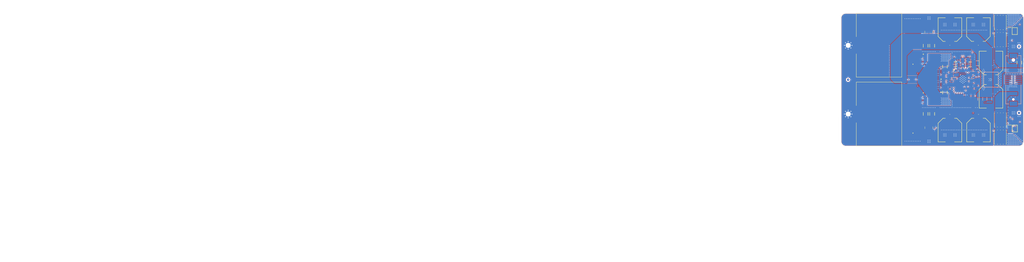
<source format=kicad_pcb>
(kicad_pcb (version 20221018) (generator pcbnew)
  (title_block (title "${BOARD_NAME} Assembly") (date "Last Modified Date") (rev "${REVISION}") (company "${COMPANY}"))
  (layers (0 "F.Cu" signal "L1 (Sig, PWR)") (1 "In1.Cu" signal "L2 (GND)") (2 "In2.Cu" signal "L3 (Sig, PWR)") (3 "In3.Cu" signal "L4 (Sig, PWR)") (4 "In4.Cu" signal "L5 (GND)") (31 "B.Cu" signal "L6 (Sig, PWR)") (34 "B.Paste" user) (35 "F.Paste" user) (36 "B.SilkS" user "B.Silkscreen") (37 "F.SilkS" user "F.Silkscreen") (38 "B.Mask" user) (39 "F.Mask" user) (44 "Edge.Cuts" user))
  (property "BOARD_NAME" "...")
  (property "COMPANY" "EPFL Xplore")
  (property "DESIGNER" "Federico Bise")
  (property "PROJECT_NAME" "smps_legged_robot_module")
  (property "RELEASE_DATE" "Release Date")
  (property "REVIEWER" "Reviewer Name")
  (property "REVISION" "1.0")
  (property "VARIANT" "Draft")
  (net 0 "")
  (net 1 "+3V3")
  (net 2 "GND")
  (net 3 "+5V")
  (net 4 "+12V")
  (net 5 "Net-(C602-Pad1)")
  (net 6 "Net-(IC601-GATE)")
  (net 7 "Net-(IC601-INTVCC)")
  (net 8 "Net-(C605-Pad1)")
  (net 9 "Net-(IC602-GATE)")
  (net 10 "Net-(IC602-INTVCC)")
  (net 11 "/Project Architecture/+VBAT_Filtered")
  (net 12 "Net-(D602-K)")
  (net 13 "Net-(IC701C-ISENSE0+)")
  (net 14 "Net-(IC701C-ISENSE0-)")
  (net 15 "/Project Architecture/Power - Converter/MVA_OUT")
  (net 16 "Net-(IC701B-TSNS0)")
  (net 17 "Net-(IC701B-ITH0)")
  (net 18 "Net-(IC701B-ITHR0)")
  (net 19 "Net-(IC701B-ITHR1)")
  (net 20 "Net-(IC701B-ITH1)")
  (net 21 "Net-(IC701B-TSNS1)")
  (net 22 "Net-(D601-K)")
  (net 23 "Net-(IC701A-IIN+)")
  (net 24 "Net-(IC701A-IIN-)")
  (net 25 "Net-(IC701A-VIN)")
  (net 26 "/Project Architecture/Power - Converter/DRVCC")
  (net 27 "Net-(IC701D-ISENSE1+)")
  (net 28 "Net-(IC701D-ISENSE1-)")
  (net 29 "/Project Architecture/Power - Converter/VDD25")
  (net 30 "/Project Architecture/Power - Converter/VDD33")
  (net 31 "/Project Architecture/Power - Converter/MVB_OUT")
  (net 32 "/Project Architecture/MVA_Filtered")
  (net 33 "Net-(IC601-SOURCE)")
  (net 35 "/Project Architecture/MVB_Filtered")
  (net 36 "Net-(IC602-SOURCE)")
  (net 38 "Net-(IC701C-TG0)")
  (net 39 "Net-(IC701B-SYNC)")
  (net 40 "Net-(IC701B-ASEL0)")
  (net 41 "Net-(IC701B-ASEL1)")
  (net 42 "Net-(IC701B-VOUT0_CFG)")
  (net 43 "Net-(IC701B-VOUT1_CFG)")
  (net 44 "Net-(IC701B-FREQ_CFG)")
  (net 45 "Net-(IC701B-SHARE_CLK)")
  (net 46 "Net-(IC701B-PGOOD1)")
  (net 47 "Net-(IC701B-PGOOD0)")
  (net 48 "Net-(IC701D-TG1)")
  (net 49 "Net-(IC701D-BG1)")
  (net 50 "Net-(IC701C-BG0)")
  (net 51 "/Project Architecture/Power - Connector /FAULT0")
  (net 52 "/Project Architecture/Power - Connector /FAULT1")
  (net 53 "/Project Architecture/Power - Connector /SDA")
  (net 54 "/Project Architecture/Power - Connector /SCL")
  (net 55 "/Project Architecture/Power - Connector /RUN0")
  (net 58 "Net-(L701-Pad2)")
  (net 59 "Net-(Q601-G)")
  (net 60 "Net-(Q603-G)")
  (net 61 "Net-(Q701-G)")
  (net 62 "Net-(Q702-G)")
  (net 63 "Net-(Q705-G)")
  (net 64 "Net-(Q706-G)")
  (net 65 "/Project Architecture/Power - Converter/Vin")
  (net 66 "Net-(L702-Pad1)")
  (net 67 "/Project Architecture/Power - Connector /RUN1")
  (net 68 "/Project Architecture/Power - Connector /ALERT")
  (net 69 "/Project Architecture/Power - Converter/SW0")
  (net 70 "/Project Architecture/Power - Converter/SW1")
  (net 71 "/Project Architecture/Power - Connector /+VBAT_IN")
  (net 72 "/Project Architecture/Power - Converter/shuntIn+")
  (net 73 "/Project Architecture/Power - Converter/shuntIn-")
  (net 74 "/Project Architecture/Power - Converter/shuntB-")
  (net 75 "/Project Architecture/Power - Converter/shuntB+")
  (net 76 "/Project Architecture/Power - Converter/shuntA-")
  (net 77 "/Project Architecture/Power - Converter/shuntA+")
  (net 78 "Net-(C401-Pad2)")
  (net 79 "Net-(C402-Pad2)")
  (footprint "0_resistor_smd:R_0402_1005_DensityHigh" (layer "F.Cu") (at 161.63 85.69 -90)
    (fp_text reference "R712" hide)
    (fp_text value "R" hide)
  )
  (footprint "0_capacitor_smd:Hybrid_G_VP" (layer "F.Cu") (at 170.775 70.9)
    (fp_text reference "C717" hide)
    (fp_text value "56u CAN 63V" hide)
  )
  (footprint "0_capacitor_smd:C_0402_1005_DensityHigh" (layer "F.Cu") (at 182.94 59.21 180)
    (fp_text reference "C603" hide)
    (fp_text value "100n X7R 50V" hide)
  )
  (footprint "0_capacitor_smd:C_0402_1005_DensityHigh" (layer "F.Cu") (at 153.28 81)
    (fp_text reference "C709" hide)
    (fp_text value "33p X7R 25V" hide)
  )
  (footprint "0_resistor_smd:R_0402_1005_DensityHigh" (layer "F.Cu") (at 157.39 84.89 -90)
    (fp_text reference "R705" hide)
    (fp_text value "10k 1% 1/16W" hide)
  )
  (footprint "0_resistor_smd:R_0402_1005_DensityHigh" (layer "F.Cu") (at 160.82 85.69 90)
    (fp_text reference "R718" hide)
    (fp_text value "R" hide)
  )
  (footprint "0_resistor_smd:R_0402_1005_DensityHigh" (layer "F.Cu") (at 158.33 84.89 -90)
    (fp_text reference "R704" hide)
    (fp_text value "10k 1% 1/16W" hide)
  )
  (footprint "0_resistor_smd:R_0402_1005_DensityHigh" (layer "F.Cu") (at 154.79 69.17 90)
    (fp_text reference "R732" hide)
    (fp_text value "10R 1% 1/8W" hide)
  )
  (footprint "0_capacitor_smd:C_1210_3225_DensityHigh" (layer "F.Cu") (at 145.14 63.361 -90)
    (fp_text reference "C706" hide)
    (fp_text value "10uF X7R 100V " hide)
  )
  (footprint "0_transistor_fet:PG-TDSON-8_INF" (layer "F.Cu") (at 174.835 53.2167 90)
    (fp_text reference "Q602" hide)
    (fp_text value "BSC016N06NSATMA1 ")
  )
  (footprint "0_capacitor_smd:PQ2617BHA4R7K" (layer "F.Cu") (at 122.01 93.24 90)
    (fp_text reference "L702" hide)
    (fp_text value "4,7uH" hide)
  )
  (footprint "0_resistor_smd:R_0402_1005_DensityHigh" (layer "F.Cu") (at 159.205 84.075 90)
    (fp_text reference "R714" hide)
    (fp_text value "R" hide)
  )
  (footprint "0_capacitor_smd:Hybrid_G_VP" (layer "F.Cu") (at 152.87 100.19 180)
    (fp_text reference "C730" hide)
    (fp_text value "120u CAN 50V" hide)
  )
  (footprint "0_resistor_smd:R_0402_1005_DensityHigh" (layer "F.Cu") (at 164.34 80.79)
    (fp_text reference "R706" hide)
    (fp_text value "10k 1% 1/16W" hide)
  )
  (footprint "0_net_tie:NetTie-2_SMD_Pad0.2mm" (layer "F.Cu") (at 144.11 99.39)
    (fp_text reference "NT603" hide)
    (fp_text value "NetTie_2" hide)
  )
  (footprint "0_package_SOT_TO_SMD:SOP65P490X110-8N" (layer "F.Cu") (at 181.16 99.5123)
    (fp_text reference "IC602" hide)
    (fp_text value "LTC4372CMS8#TRPBF" hide)
  )
  (footprint "0_resistor_smd:RESC6432X135N" (layer "F.Cu") (at 143.7 57.35 -90)
    (fp_text reference "R717" hide)
    (fp_text value "3m 1% 3W")
  )
  (footprint "0_capacitor_smd:C_0402_1005_DensityHigh" (layer "F.Cu") (at 180.16 96.84 -90)
    (fp_text reference "C605" hide)
    (fp_text value "10n X7R 100V" hide)
  )
  (footprint "0_resistor_smd:R_0402_1005_DensityHigh" (layer "F.Cu") (at 159.2 85.69 -90)
    (fp_text reference "R715" hide)
    (fp_text value "R" hide)
  )
  (footprint "0_capacitor_smd:C_0402_1005_DensityHigh" (layer "F.Cu") (at 165.5 77.8 90)
    (fp_text reference "C711" hide)
    (fp_text value "6.8n X7R 25V" hide)
  )
  (footprint "0_capacitor_smd:C_1210_3225_DensityHigh" (layer "F.Cu") (at 155.28 71.49 180)
    (fp_text reference "C721" hide)
    (fp_text value "10uF X7R 100V " hide)
  )
  (footprint "0_resistor_smd:R_0402_1005_DensityHigh" (layer "F.Cu") (at 153.28 81.81 180)
    (fp_text reference "R701" hide)
    (fp_text value "10k 1% 1/16W" hide)
  )
  (footprint "0_capacitor_smd:C_0402_1005_DensityHigh" (layer "F.Cu") (at 182.97 97.26 180)
    (fp_text reference "C604" hide)
    (fp_text value "100n X7R 50V" hide)
  )
  (footprint "0_net_tie:NetTie-2_SMD_Pad0.2mm" (layer "F.Cu") (at 144.04 57.575)
    (fp_text reference "NT606" hide)
    (fp_text value "NetTie_2" hide)
  )
  (footprint "0_capacitor_smd:C_1210_3225_DensityHigh" (layer "F.Cu") (at 142.28 63.361 -90)
    (fp_text reference "C707" hide)
    (fp_text value "10uF X7R 100V " hide)
  )
  (footprint "0_resistor_smd:R_0603_1608_DensityHigh" (layer "F.Cu") (at 178.93 59.91 90)
    (fp_text reference "R602" hide)
    (fp_text value "1k 1% 1/10W" hide)
  )
  (footprint "0_capacitor_smd:C_0805_2012_DensityHigh" (layer "F.Cu") (at 164.5 82.775 90)
    (fp_text reference "C726" hide)
    (fp_text value "2.2u X7R 25V" hide)
  )
  (footprint "0_resistor_smd:R_0402_1005_DensityHigh" (layer "F.Cu") (at 153.28 83.43 180)
    (fp_text reference "R711" hide)
    (fp_text value "10k 1% 1/16W" hide)
  )
  (footprint "0_transistor_fet:Infineon-IPG20N06S4L-26A-Manufacturer_Recommended" (layer "F.Cu") (at 145.150001 69.689999 -90)
    (fp_text reference "Q701" hide)
    (fp_text value " IPG20N06S4L26AATMA1" hide)
  )
  (footprint "0_resistor_smd:R_0402_1005_DensityHigh" (layer "F.Cu") (at 152.47 78.57 180)
    (fp_text reference "R730" hide)
    (fp_text value "10R 1% 1/8W" hide)
  )
  (footprint "0_resistor_smd:R_0402_1005_DensityHigh" (layer "F.Cu") (at 153.28 75.04 180)
    (fp_text reference "R733" hide)
    (fp_text value "10R 1% 1/8W" hide)
  )
  (footprint "0_resistor_smd:R_0402_1005_DensityHigh" (layer "F.Cu") (at 164.34 76.58)
    (fp_text reference "R702" hide)
    (fp_text value "10k 1% 1/16W" hide)
  )
  (footprint "0_transistor_fet:Infineon-IPG20N06S4L-26A-Manufacturer_Recommended" (layer "F.Cu") (at 145.1435 80.975 90)
    (fp_text reference "Q706" hide)
    (fp_text value " IPG20N06S4L26AATMA1" hide)
  )
  (footprint "0_capacitor_smd:C_0402_1005_DensityHigh" (layer "F.Cu") (at 178.7 79.8 180)
    (fp_text reference "C405" hide)
    (fp_text value "100n X7R 50V" hide)
  )
  (footprint "0_capacitor_smd:C_0402_1005_DensityHigh" (layer "F.Cu") (at 153.68 78.98 -90)
    (fp_text reference "C725" hide)
    (fp_text value "1n X7R 100V" hide)
  )
  (footprint "0_resistor_smd:R_0402_1005_DensityHigh" (layer "F.Cu") (at 164.34 77.39)
    (fp_text reference "R703" hide)
    (fp_text value "10k 1% 1/16W" hide)
  )
  (footprint "0_capacitor_smd:C_1210_3225_DensityHigh" (layer "F.Cu") (at 142.28 93.13 90)
    (fp_text reference "C732" hide)
    (fp_text value "10uF X7R 100V " hide)
  )
  (footprint "0_resistor_smd:R_0402_1005_DensityHigh" (layer "F.Cu") (at 183.15 67.775 -90)
    (fp_text reference "R401" hide)
    (fp_text value "10R 1% 1/8W" hide)
  )
  (footprint "0_capacitor_smd:C_1210_3225_DensityHigh" (layer "F.Cu") (at 150.72 72.51 -90)
    (fp_text reference "C714" hide)
    (fp_text value "10uF X7R 100V " hide)
  )
  (footprint "0_capacitor_smd:C_0402_1005_DensityHigh" (layer "F.Cu") (at 182.93 54.71 180)
    (fp_text reference "C601" hide)
    (fp_text value "100n X7R 50V" hide)
  )
  (footprint "0_capacitor_smd:C_0402_1005_DensityHigh" (layer "F.Cu") (at 153.68 76.56 -90)
    (fp_text reference "C703" hide)
    (fp_text value "1n X7R 100V" hide)
  )
  (footprint "0_resistor_smd:R_0402_1005_DensityHigh" (layer "F.Cu") (at 162.85 84.465 180)
    (fp_text reference "R722" hide)
    (fp_text value "R" hide)
  )
  (footprint "0_resistor_smd:R_0603_1608_DensityHigh" (layer "F.Cu") (at 159.07 69.38 -90)
    (fp_text reference "R728" hide)
    (fp_text value "1k 1% 1/10W" hide)
  )
  (footprint "0_capacitor_smd:C_0402_1005_DensityHigh" (layer "F.Cu") (at 153.28 80.19)
    (fp_text reference "C710" hide)
    (fp_text value "6.8n X7R 25V" hide)
  )
  (footprint "0_resistor_smd:R_0805_2012_DensityHigh" (layer "F.Cu") (at 181.13 60.21 90)
    (fp_text reference "R601" hide)
    (fp_text value "10R 1% 1/8W" hide)
  )
  (footprint "0_resistor_smd:R_0402_1005_DensityHigh" (layer "F.Cu") (at 161.64 84.08 90)
    (fp_text reference "R713" hide)
    (fp_text value "R" hide)
  )
  (footprint "MountingHole:MountingHole_2.2mm_M2_Pad_Via" (layer "F.Cu") (at 108.53 63.2)
    (fp_text reference "H801" hide)
    (fp_text value "M2 (2.2mm)")
  )
  (footprint "0_resistor_smd:R_0402_1005_DensityHigh" (layer "F.Cu") (at 162.85 85.275)
    (fp_text reference "R716" hide)
    (fp_text value "R" hide)
  )
  (footprint "0_resistor_smd:R_0805_2012_DensityHigh" (layer "F.Cu") (at 181.35 96.24 -90)
    (fp_text reference "R603" hide)
    (fp_text value "10R 1% 1/8W" hide)
  )
  (footprint "0_fiducials:Fiducial_1mm_Mask2mm" (layer "F.Cu") (at 183 63.7)
    (fp_text reference "FM703" hide)
    (fp_text value "Fiducial" hide)
  )
  (footprint "0_capacitor_smd:C_0402_1005_DensityHigh" (layer "F.Cu") (at 159.27 72.12 -90)
    (fp_text reference "C723" hide)
    (fp_text value "10n X7R 100V" hide)
  )
  (footprint "0_capacitor_smd:C_1210_3225_DensityHigh" (layer "F.Cu") (at 150.72 83.78 90)
    (fp_text reference "C701" hide)
    (fp_text value "10uF X7R 100V " hide)
  )
  (footprint "0_capacitor_smd:C_0402_1005_DensityHigh" (layer "F.Cu") (at 152.47 77.77)
    (fp_text reference "C708" hide)
    (fp_text value "10n X7R 100V" hide)
  )
  (footprint "0_capacitor_smd:C_0603_1608_DensityHigh" (layer "F.Cu") (at 160.28 68.82 -90)
    (fp_text reference "C607" hide)
    (fp_text value "1uF X7R 25V" hide)
  )
  (footprint "0_capacitor_smd:C_0402_1005_DensityHigh" (layer "F.Cu") (at 158.49 70.91)
    (fp_text reference "C720" hide)
    (fp_text value "1n X7R 100V" hide)
  )
  (footprint "0_capacitor_smd:PQ2617BHA4R7K" (layer "F.Cu") (at 122.01 63.16 90)
    (fp_text reference "L701" hide)
    (fp_text value "4,7uH " hide)
  )
  (footprint "0_capacitor_smd:C_0402_1005_DensityHigh" (layer "F.Cu") (at 182.4 79.8)
    (fp_text reference "C406" hide)
    (fp_text value "100n X7R 50V" hide)
  )
  (footprint "0_capacitor_smd:C_0402_1005_DensityHigh" (layer "F.Cu") (at 157.71 72.12 -90)
    (fp_text reference "C722" hide)
    (fp_text value "10n X7R 100V" hide)
  )
  (footprint "0_package_SOT_TO_SMD:SOP65P490X110-8N" (layer "F.Cu") (at 181.13 56.96)
    (fp_text reference "IC601" hide)
    (fp_text value "LTC4372CMS8#TRPBF" hide)
  )
  (footprint "0_capacitor_smd:C_1210_3225_DensityHigh" (layer "F.Cu") (at 183.15 70.7 90)
    (fp_text reference "C401" hide)
    (fp_text value "10uF X7R 100V " hide)
  )
  (footprint "0_resistor_smd:R_0402_1005_DensityHigh" (layer "F.Cu") (at 161.67 69.16 90)
    (fp_text reference "R734" hide)
    (fp_text value "10R 1% 1/8W" hide)
  )
  (footprint "0_net_tie:NetTie-2_SMD_Pad0.2mm" (layer "F.Cu") (at 144.04 57.125)
    (fp_text reference "NT605" hide)
    (fp_text value "NetTie_2" hide)
  )
  (footprint "0_capacitor_smd:C_0402_1005_DensityHigh" (layer "F.Cu") (at 182.97 101.76 180)
    (fp_text reference "C606" hide)
    (fp_text value "100n X7R 50V" hide)
  )
  (footprint "0_capacitor_smd:C_0805_2012_DensityHigh" (layer "F.Cu") (at 164.96 79.5 180)
    (fp_text reference "C727" hide)
    (fp_text value "2.2u X7R 25V" hide)
  )
  (footprint "0_capacitor_smd:Hybrid_G_VP" (layer "F.Cu") (at 152.87 56.31)
    (fp_text reference "C704" hide)
    (fp_text value "120u CAN 50V" hide)
  )
  (footprint "0_capacitor_smd:Hybrid_G_VP" (layer "F.Cu") (at 165.33 100.18 180)
    (fp_text reference "C729" hide)
    (fp_text value "120u CAN 50V" hide)
  )
  (footprint "0_resistor_smd:R_0402_1005_DensityHigh" (layer "F.Cu") (at 160.82 84.08 -90)
    (fp_text reference "R719" hide)
    (fp_text value "R" hide)
  )
  (footprint "0_switching_regulator:QFN50P700X800X80-53N-D" (layer "F.Cu") (at 158.5 78.1)
    (fp_text reference "IC701" hide)
    (fp_text value "LTC3889EUKG#PBF" hide)
  )
  (footprint "0_transistor_fet:Infineon-IPG20N06S4L-26A-Manufacturer_Recommended" (layer "F.Cu") (at 145.150001 86.589999 -90)
    (fp_text reference "Q705" hide)
    (fp_text value " IPG20N06S4L26AATMA1" hide)
  )
  (footprint "0_capacitor_smd:Hybrid_G_VP" (layer "F.Cu") (at 170.775 85.45 180)
    (fp_text reference "C716" hide)
    (fp_text value "56u CAN 63V" hide)
  )
  (footprint "0_transistor_fet:PG-TDSON-8_INF" (layer "F.Cu") (at 174.855 103.2567 -90)
    (fp_text reference "Q604" hide)
    (fp_text value "BSC016N06NSATMA1 ")
  )
  (footprint "0_net_tie:NetTie-2_SMD_Pad0.2mm" (layer "F.Cu") (at 144.11 98.94)
    (fp_text reference "NT604" hide)
    (fp_text value "NetTie_2" hide)
  )
  (footprint "0_capacitor_smd:Hybrid_G_VP" (layer "F.Cu") (at 165.29 56.3)
    (fp_text reference "C705" hide)
    (fp_text value "120u CAN 50V" hide)
  )
  (footprint "0_resistor_smd:R_0402_1005_DensityHigh" (layer "F.Cu") (at 155.77 69.17 90)
    (fp_text reference "R726" hide)
    (fp_text value "10R 1% 1/8W" hide)
  )
  (footprint "0_resistor_smd:R_0402_1005_DensityHigh" (layer "F.Cu") (at 164.34 74.96)
    (fp_text reference "R735" hide)
    (fp_text value "10R 1% 1/8W" hide)
  )
  (footprint "0_transistor_fet:PG-TDSON-8_INF" (layer "F.Cu") (at 174.835 60.6967 -90)
    (fp_text reference "Q601" hide)
    (fp_text value "BSC016N06NSATMA1 ")
  )
  (footprint "0_fiducials:Fiducial_1mm_Mask2mm" (layer "F.Cu") (at 183 92.7)
    (fp_text reference "FM701" hide)
    (fp_text value "Fiducial" hide)
  )
  (footprint "0_fiducials:Fiducial_1mm_Mask2mm" (layer "F.Cu") (at 108.5 78.2)
    (fp_text reference "FM705" hide)
    (fp_text value "Fiducial" hide)
  )
  (footprint "0_resistor_smd:R_0603_1608_DensityHigh" (layer "F.Cu") (at 179.17 96.54 90)
    (fp_text reference "R604" hide)
    (fp_text value "1k 1% 1/10W" hide)
  )
  (footprint "0_capacitor_smd:C_0402_1005_DensityHigh" (layer "F.Cu") (at 153.68 73.83 -90)
    (fp_text reference "C702" hide)
    (fp_text value "100n X7R 50V" hide)
  )
  (footprint "0_resistor_smd:R_0402_1005_DensityHigh" (layer "F.Cu") (at 153.28 82.62 180)
    (fp_text reference "R710" hide)
    (fp_text value "10k 1% 1/16W" hide)
  )
  (footprint "0_capacitor_smd:C_0402_1005_DensityHigh" (layer "F.Cu") (at 164.34 78.2 180)
    (fp_text reference "C712" hide)
    (fp_text value "33p X7R 25V" hide)
  )
  (footprint "0_capacitor_smd:C_1210_3225_DensityHigh" (layer "F.Cu") (at 145.14 93.13 90)
    (fp_text reference "C731" hide)
    (fp_text value "10uF X7R 100V " hide)
  )
  (footprint "0_capacitor_smd:C_0402_1005_DensityHigh" (layer "F.Cu") (at 179.93 59.61 90)
    (fp_text reference "C602" hide)
    (fp_text value "10n X7R 100V" hide)
  )
  (footprint "0_capacitor_smd:C_0402_1005_DensityHigh" (layer "F.Cu") (at 164.34 74.15)
    (fp_text reference "C715" hide)
    (fp_text value "100n X7R 50V" hide)
  )
  (footprint "0_resistor_smd:R_0402_1005_DensityHigh" (layer "F.Cu") (at 154.57 84.88 -90)
    (fp_text reference "R709" hide)
    (fp_text value "10k 1% 1/16W" hide)
  )
  (footprint "0_transistor_fet:Infineon-IPG20N06S4L-26A-Manufacturer_Recommended" (layer "F.Cu") (at 145.160001 75.319999 90)
    (fp_text reference "Q702" hide)
    (fp_text value " IPG20N06S4L26AATMA1" hide)
  )
  (footprint "0_resistor_smd:R_0402_1005_DensityHigh" (layer "F.Cu") (at 152.47 76.16 180)
    (fp_text reference "R723" hide)
    (fp_text value "10R 1% 1/8W" hide)
  )
  (footprint "0_transistor_fet:PG-TDSON-8_INF" (layer "F.Cu") (at 174.875 95.7833 90)
    (fp_text reference "Q603" hide)
    (fp_text value "BSC016N06NSATMA1 ")
  )
  (footprint "0_resistor_smd:RESC6432X135N" (layer "F.Cu") (at 143.71 99.16 90)
    (fp_text reference "R729" hide)
    (fp_text value "3m 1% 3W")
  )
  (footprint "0_capacitor_smd:C_1206_3216_DensityHigh" (layer "F.Cu") (at 178.275 70.6 90)
    (fp_text reference "C403" hide)
    (fp_text value "4u7 X7R 100V" hide)
  )
  (footprint "0_resistor_smd:R_0603_1608_DensityHigh" (layer "F.Cu") (at 157.88 69.38 -90)
    (fp_text reference "R727" hide)
    (fp_text value "1k 1% 1/10W" hide)
  )
  (footprint "0_resistor_smd:R_0402_1005_DensityHigh" (layer "F.Cu") (at 160.01 85.69 90)
    (fp_text reference "R721" hide)
    (fp_text value "R" hide)
  )
  (footprint "MountingHole:MountingHole_2.2mm_M2_Pad_Via" (layer "F.Cu") (at 108.53 93.2)
    (fp_text reference "H802" hide)
    (fp_text value "M2 (2.2mm)")
  )
  (footprint "0_capacitor_smd:C_0402_1005_DensityHigh" (layer "F.Cu") (at 178.7 79 180)
    (fp_text reference "C407" hide)
    (fp_text value "100n X7R 50V" hide)
  )
  (footprint "0_resistor_smd:R_0402_1005_DensityHigh" (layer "F.Cu") (at 152.47 79.38 180)
    (fp_text reference "R731" hide)
    (fp_text value "10R 1% 1/8W" hide)
  )
  (footprint "0_capacitor_smd:C_0402_1005_DensityHigh" (layer "F.Cu") (at 164.34 75.77 180)
    (fp_text reference "C713" hide)
    (fp_text value "10n X7R 100V" hide)
  )
  (footprint "0_resistor_smd:R_0402_1005_DensityHigh" (layer "F.Cu") (at 152.47 76.96 180)
    (fp_text reference "R724" hide)
    (fp_text value "10R 1% 1/8W" hide)
  )
  (footprint "0_capacitor_smd:C_1210_3225_DensityHigh" (layer "F.Cu") (at 161.68 71.49 180)
    (fp_text reference "C724" hide)
    (fp_text value "4.7uF X7R 25V" hide)
  )
  (footprint "0_resistor_smd:R_0402_1005_DensityHigh" (layer "F.Cu") (at 156.45 84.89 -90)
    (fp_text reference "R707" hide)
    (fp_text value "10k 1% 1/16W" hide)
  )
  (footprint "0_resistor_smd:R_0402_1005_DensityHigh" (layer "F.Cu") (at 160.015 84.075 -90)
    (fp_text reference "R720" hide)
    (fp_text value "R" hide)
  )
  (footprint "0_resistor_smd:R_0402_1005_DensityHigh" (layer "F.Cu") (at 155.51 84.88 -90)
    (fp_text reference "R708" hide)
    (fp_text value "10k 1% 1/16W" hide)
  )
  (footprint "Resistor_SMD:R_2512_6332Metric_Pad1.40x3.35mm_HandSolder" (layer "B.Cu") (at 136.45 78.1)
    (fp_text reference "R725" hide)
    (fp_text value "2m 1% 3W")
  )
  (footprint "0_diode_smd:Diodes_Inc.-PowerDI123-03_2017-0-MFG" (layer "B.Cu") (at 158.496 70.612 90)
    (fp_text reference "D602" hide)
    (fp_text value "DFLS1100-7" hide)
  )
  (footprint "0_resistor_smd:R_0402_1005_DensityHigh" (layer "B.Cu") (at 168.075 87.75 -90)
    (fp_text reference "R402" hide)
    (fp_text value "10R 1% 1/8W" hide)
  )
  (footprint "0_capacitor_smd:XEL6060102MEC" (layer "B.Cu") (at 170.775 78.175 180)
    (fp_text reference "L401" hide)
    (fp_text value "1u" hide)
  )
  (footprint "0_capacitor_smd:C_1210_3225_DensityHigh" (layer "B.Cu") (at 164.94 70.99 180)
    (fp_text reference "C718" hide)
    (fp_text value "10uF X7R 100V " hide)
  )
  (footprint "0_net_tie:NetTie-2_SMD_Pad0.2mm" (layer "B.Cu") (at 134.5 78.13)
    (fp_text reference "NT602" hide)
    (fp_text value "NetTie_2" hide)
  )
  (footprint "0_fiducials:Fiducial_1mm_Mask2mm" (layer "B.Cu") (at 183 92.7 180)
    (fp_text reference "FM704" hide)
    (fp_text value "Fiducial" hide)
  )
  (footprint "0_capacitor_smd:C_1210_3225_DensityHigh" (layer "B.Cu") (at 154.85 72.525)
    (fp_text reference "C728" hide)
    (fp_text value "4.7uF X7R 25V" hide)
  )
  (footprint "0_capacitor_smd:C_1210_3225_DensityHigh" (layer "B.Cu") (at 166.1 86.55 -90)
    (fp_text reference "C719" hide)
    (fp_text value "10uF X7R 100V " hide)
  )
  (footprint "0_diode_smd:Diodes_Inc.-PowerDI123-03_2017-0-MFG" (layer "B.Cu") (at 160.782 70.612 90)
    (fp_text reference "D601" hide)
    (fp_text value "DFLS1100-7" hide)
  )
  (footprint "0_capacitor_smd:C_1210_3225_DensityHigh" (layer "B.Cu") (at 170.05 86.55 -90)
    (fp_text reference "C402" hide)
    (fp_text value "10uF X7R 100V " hide)
  )
  (footprint "Package_TO_SOT_SMD:SOT-23" (layer "B.Cu") (at 154.6375 79.825)
    (fp_text reference "Q703" hide)
    (fp_text value "MMBT3906")
  )
  (footprint "0_connectors:10159559410221RLF" (layer "B.Cu") (at 180.53 78.2 90)
    (fp_text reference "J401" hide)
    (fp_text value "10159559-410221RLF" hide)
  )
  (footprint "0_fiducials:Fiducial_1mm_Mask2mm" (layer "B.Cu") (at 183 63.7 180)
    (fp_text reference "FM706" hide)
    (fp_text value "Fiducial" hide)
  )
  (footprint "0_net_tie:NetTie-2_SMD_Pad0.2mm" (layer "B.Cu") (at 138.4 78.1 180)
    (fp_text reference "NT601" hide)
    (fp_text value "NetTie_2" hide)
  )
  (footprint "Package_TO_SOT_SMD:SOT-23" (layer "B.Cu") (at 162.275 76.275 180)
    (fp_text reference "Q704" hide)
    (fp_text value "MMBT3906")
  )
  (footprint "0_diode_smd:Diodes_Inc.-PowerDI123-03_2017-0-MFG" (layer "B.Cu") (at 154.83 76.11)
    (fp_text reference "D703" hide)
    (fp_text value "DFLS1100-7" hide)
  )
  (footprint "0_fiducials:Fiducial_1mm_Mask2mm" (layer "B.Cu") (at 108.5 78.2 180)
    (fp_text reference "FM702" hide)
    (fp_text value "Fiducial" hide)
  )
  (gr_line (start 183.035786 49.2) (end 107.43 49.2) (stroke (width 0.1)) (layer "Edge.Cuts"))
  (gr_line (start 183.02 107.2) (end 107.434214 107.2) (stroke (width 0.1)) (layer "Edge.Cuts"))
  (gr_arc (start 185.02 105.2) (mid 184.434214 106.614214) (end 183.02 107.2) (stroke (width 0.1)) (layer "Edge.Cuts"))
  (gr_arc (start 105.43 51.2) (mid 106.015786 49.785786) (end 107.43 49.2) (stroke (width 0.1)) (layer "Edge.Cuts"))
  (gr_line (start 105.43 51.2) (end 105.434214 105.2) (stroke (width 0.1)) (layer "Edge.Cuts"))
  (gr_arc (start 107.434214 107.2) (mid 106.019996 106.614218) (end 105.434214 105.2) (stroke (width 0.1)) (layer "Edge.Cuts"))
  (gr_arc (start 183.035786 49.2) (mid 184.450004 49.785782) (end 185.035786 51.2) (stroke (width 0.1)) (layer "Edge.Cuts"))
  (gr_line (start 185.03 64.680796) (end 185.02 105.2) (stroke (width 0.1)) (layer "Edge.Cuts"))
  (gr_line (start 185.03 64.680796) (end 185.035786 51.2) (stroke (width 0.1)) (layer "Edge.Cuts"))
  (segment (start 183.372 97.262) (end 183.37 97.26) (width 0.3) (layer "F.Cu") (net 1))
  (segment (start 183.372 98.5373) (end 183.372 97.262) (width 0.3) (layer "F.Cu") (net 1))
  (segment (start 181.2 79.8) (end 182 79.8) (width 0.3) (layer "F.Cu") (net 1))
  (segment (start 183.33 54.15) (end 183.33 54.71) (width 0.3) (layer "F.Cu") (net 1))
  (segment (start 183.342 55.985) (end 183.342 54.722) (width 0.3) (layer "F.Cu") (net 1))
  (segment (start 183.342 54.722) (end 183.33 54.71) (width 0.3) (layer "F.Cu") (net 1))
  (segment (start 183.37 97.26) (end 183.37 96.66) (width 0.3) (layer "F.Cu") (net 1))
  (via (at 183.37 96.66) (size 0.55) (drill 0.25) (layers "F.Cu" "B.Cu") (net 1))
  (via (at 181.2 79.8) (size 0.55) (drill 0.25) (layers "F.Cu" "B.Cu") (net 1))
  (via (at 183.33 54.15) (size 0.55) (drill 0.25) (layers "F.Cu" "B.Cu") (net 1))
  (segment (start 183.65 79.8) (end 182.93 79.8) (width 0.3) (layer "B.Cu") (net 1))
  (segment (start 182.93 79.8) (end 181.2 79.8) (width 0.3) (layer "B.Cu") (net 1))
  (via (at 154.9 65.9) (size 0.55) (drill 0.25) (layers "F.Cu" "B.Cu") (net 2))
  (via (at 161.2 90.4) (size 0.55) (drill 0.25) (layers "F.Cu" "B.Cu") (net 2))
  (via (at 149.2 100.15) (size 0.55) (drill 0.25) (layers "F.Cu" "B.Cu") (net 2))
  (via (at 183.15 103.7) (size 0.55) (drill 0.25) (layers "F.Cu" "B.Cu") (net 2))
  (via (at 183.75 104.25) (size 0.55) (drill 0.25) (layers "F.Cu" "B.Cu") (net 2))
  (via (at 155 56.55) (size 0.55) (drill 0.25) (layers "F.Cu" "B.Cu") (net 2))
  (via (at 134.75 51.55) (size 0.55) (drill 0.25) (layers "F.Cu" "B.Cu") (net 2))
  (via (at 161.65 100.15) (size 0.55) (drill 0.25) (layers "F.Cu" "B.Cu") (net 2))
  (via (at 150.07 72.87) (size 0.55) (drill 0.25) (layers "F.Cu" "B.Cu") (net 2))
  (via (at 162.55 102.9) (size 0.55) (drill 0.25) (layers "F.Cu" "B.Cu") (net 2))
  (via (at 155.65 54.15) (size 0.55) (drill 0.25) (layers "F.Cu" "B.Cu") (net 2))
  (via (at 178.45 82.75) (size 0.55) (drill 0.25) (layers "F.Cu" "B.Cu") (net 2))
  (via (at 150 90.4) (size 0.55) (drill 0.25) (layers "F.Cu" "B.Cu") (net 2))
  (via (at 166 56.55) (size 0.55) (drill 0.25) (layers "F.Cu" "B.Cu") (net 2))
  (via (at 178.175 82.275) (size 0.55) (drill 0.25) (layers "F.Cu" "B.Cu") (net 2))
  (via (at 168.2 56.55) (size 0.55) (drill 0.25) (layers "F.Cu" "B.Cu") (net 2))
  (via (at 146.5 90.4) (size 0.55) (drill 0.25) (layers "F.Cu" "B.Cu") (net 2))
  (via (at 166.95 53.6) (size 0.55) (drill 0.25) (layers "F.Cu" "B.Cu") (net 2))
  (via (at 182 53.75) (size 0.55) (drill 0.25) (layers "F.Cu" "B.Cu") (net 2))
  (via (at 163.6 67.1) (size 0.55) (drill 0.25) (layers "F.Cu" "B.Cu") (net 2))
  (via (at 150.1 101.8) (size 0.55) (drill 0.25) (layers "F.Cu" "B.Cu") (net 2))
  (via (at 168.05 54.15) (size 0.55) (drill 0.25) (layers "F.Cu" "B.Cu") (net 2))
  (via (at 144.3 50.75) (size 0.55) (drill 0.25) (layers "F.Cu" "B.Cu") (net 2))
  (via (at 153.85 88.3) (size 0.55) (drill 0.25) (layers "F.Cu" "B.Cu") (net 2))
  (via (at 152.85 56.55) (size 0.55) (drill 0.25) (layers "F.Cu" "B.Cu") (net 2))
  (via (at 144.3 51.85) (size 0.55) (drill 0.25) (layers "F.Cu" "B.Cu") (net 2))
  (via (at 181.1 92.7) (size 0.55) (drill 0.25) (layers "F.Cu" "B.Cu") (net 2))
  (via (at 138.45 51.55) (size 0.55) (drill 0.25) (layers "F.Cu" "B.Cu") (net 2))
  (via (at 181.1 64.25) (size 0.55) (drill 0.25) (layers "F.Cu" "B.Cu") (net 2))
  (via (at 145.8 90.4) (size 0.55) (drill 0.25) (layers "F.Cu" "B.Cu") (net 2))
  (via (at 153.85 89.05) (size 0.55) (drill 0.25) (layers "F.Cu" "B.Cu") (net 2))
  (via (at 158.5 78.9) (size 0.6) (drill 0.3) (layers "F.Cu" "B.Cu") (net 2))
  (via (at 178.25 65.9) (size 0.55) (drill 0.25) (layers "F.Cu" "B.Cu") (net 2))
  (via (at 133.3 105.05) (size 0.55) (drill 0.25) (layers "F.Cu" "B.Cu") (net 2))
  (via (at 150.65 53.6) (size 0.55) (drill 0.25) (layers "F.Cu" "B.Cu") (net 2))
  (via (at 150.1 102.9) (size 0.55) (drill 0.25) (layers "F.Cu" "B.Cu") (net 2))
  (via (at 157.3 77.3) (size 0.6) (drill 0.3) (layers "F.Cu" "B.Cu") (net 2))
  (via (at 163.65 101.8) (size 0.55) (drill 0.25) (layers "F.Cu" "B.Cu") (net 2))
  (via (at 178.25 67) (size 0.55) (drill 0.25) (layers "F.Cu" "B.Cu") (net 2))
  (via (at 126.5 75.05) (size 0.55) (drill 0.25) (layers "F.Cu" "B.Cu") (net 2))
  (via (at 168.1 102.9) (size 0.55) (drill 0.25) (layers "F.Cu" "B.Cu") (net 2))
  (via (at 134 51.55) (size 0.55) (drill 0.25) (layers "F.Cu" "B.Cu") (net 2))
  (via (at 162.9 81) (size 0.55) (drill 0.25) (layers "F.Cu" "B.Cu") (net 2))
  (via (at 145.1 90.4) (size 0.55) (drill 0.25) (layers "F.Cu" "B.Cu") (net 2))
  (via (at 145.1 65.9) (size 0.55) (drill 0.25) (layers "F.Cu" "B.Cu") (net 2))
  (via (at 143.2 104.55) (size 0.55) (drill 0.25) (layers "F.Cu" "B.Cu") (net 2))
  (via (at 152.1 90.4) (size 0.55) (drill 0.25) (layers "F.Cu" "B.Cu") (net 2))
  (via (at 179 80.85) (size 0.55) (drill 0.25) (layers "F.Cu" "B.Cu") (net 2))
  (via (at 139.95 105.05) (size 0.55) (drill 0.25) (layers "F.Cu" "B.Cu") (net 2))
  (via (at 157.3 78.1) (size 0.6) (drill 0.3) (layers "F.Cu" "B.Cu") (net 2))
  (via (at 182.025 81.375) (size 0.55) (drill 0.25) (layers "F.Cu" "B.Cu") (net 2))
  (via (at 162.5 54.15) (size 0.55) (drill 0.25) (layers "F.Cu" "B.Cu") (net 2))
  (via (at 158.5 78.1) (size 0.6) (drill 0.3) (layers "F.Cu" "B.Cu") (net 2))
  (via (at 149.15 56.55) (size 0.55) (drill 0.25) (layers "F.Cu" "B.Cu") (net 2))
  (via (at 154.55 102.9) (size 0.55) (drill 0.25) (layers "F.Cu" "B.Cu") (net 2))
  (via (at 166.05 100.15) (size 0.55) (drill 0.25) (layers "F.Cu" "B.Cu") (net 2))
  (via (at 158.5 76.5) (size 0.6) (drill 0.3) (layers "F.Cu" "B.Cu") (net 2))
  (via (at 150.65 54.7) (size 0.55) (drill 0.25) (layers "F.Cu" "B.Cu") (net 2))
  (via (at 164 90.4) (size 0.55) (drill 0.25) (layers "F.Cu" "B.Cu") (net 2))
  (via (at 168.1 102.35) (size 0.55) (drill 0.25) (layers "F.Cu" "B.Cu") (net 2))
  (via (at 181.4 102.05) (size 0.55) (drill 0.25) (layers "F.Cu" "B.Cu") (net 2))
  (via (at 167 102.35) (size 0.55) (drill 0.25) (layers "F.Cu" "B.Cu") (net 2))
  (via (at 154.55 101.8) (size 0.55) (drill 0.25) (layers "F.Cu" "B.Cu") (net 2))
  (via (at 158.65 56.55) (size 0.55) (drill 0.25) (layers "F.Cu" "B.Cu") (net 2))
  (via (at 168.1 101.8) (size 0.55) (drill 0.25) (layers "F.Cu" "B.Cu") (net 2))
  (via (at 153.5 65.9) (size 0.55) (drill 0.25) (layers "F.Cu" "B.Cu") (net 2))
  (via (at 126.5 72.1) (size 0.55) (drill 0.25) (layers "F.Cu" "B.Cu") (net 2))
  (via (at 172.05 71.45) (size 0.55) (drill 0.25) (layers "F.Cu" "B.Cu") (net 2))
  (via (at 178.2 91.55) (size 0.55) (drill 0.25) (layers "F.Cu" "B.Cu") (net 2))
  (via (at 172.05 70.6) (size 0.55) (drill 0.25) (layers "F.Cu" "B.Cu") (net 2))
  (via (at 159.1 77.7) (size 0.6) (drill 0.3) (layers "F.Cu" "B.Cu") (net 2))
  (via (at 180.65 80.9) (size 0.55) (drill 0.25) (layers "F.Cu" "B.Cu") (net 2))
  (via (at 159.1 78.5) (size 0.6) (drill 0.3) (layers "F.Cu" "B.Cu") (net 2))
  (via (at 149.3 90.4) (size 0.55) (drill 0.25) (layers "F.Cu" "B.Cu") (net 2))
  (via (at 152.15 100.15) (size 0.55) (drill 0.25) (layers "F.Cu" "B.Cu") (net 2))
  (via (at 143.7 90.4) (size 0.55) (drill 0.25) (layers "F.Cu" "B.Cu") (net 2))
  (via (at 163.05 54.15) (size 0.55) (drill 0.25) (layers "F.Cu" "B.Cu") (net 2))
  (via (at 166.7 56.55) (size 0.55) (drill 0.25) (layers "F.Cu" "B.Cu") (net 2))
  (via (at 155.8 100.15) (size 0.55) (drill 0.25) (layers "F.Cu" "B.Cu") (net 2))
  (via (at 156.3 90.4) (size 0.55) (drill 0.25) (layers "F.Cu" "B.Cu") (net 2))
  (via (at 181.4 70.55) (size 0.55) (drill 0.25) (layers "F.Cu" "B.Cu") (net 2))
  (via (at 168.9 56.55) (size 0.55) (drill 0.25) (layers "F.Cu" "B.Cu") (net 2))
  (via (at 126.5 76.5) (size 0.55) (drill 0.25) (layers "F.Cu" "B.Cu") (net 2))
  (via (at 178.45 81.8) (size 0.55) (drill 0.25) (layers "F.Cu" "B.Cu") (net 2))
  (via (at 139.15 51.55) (size 0.55) (drill 0.25) (layers "F.Cu" "B.Cu") (net 2))
  (via (at 162.35 56.55) (size 0.55) (drill 0.25) (layers "F.Cu" "B.Cu") (net 2))
  (via (at 163.1 101.8) (size 0.55) (drill 0.25) (layers "F.Cu" "B.Cu") (net 2))
  (via (at 154.55 53.6) (size 0.55) (drill 0.25) (layers "F.Cu" "B.Cu") (net 2))
  (via (at 134.05 105.05) (size 0.55) (drill 0.25) (layers "F.Cu" "B.Cu") (net 2))
  (via (at 150 65.9) (size 0.55) (drill 0.25) (layers "F.Cu" "B.Cu") (net 2))
  (via (at 157.7 65.9) (size 0.55) (drill 0.25) (layers "F.Cu" "B.Cu") (net 2))
  (via (at 167.5 100.15) (size 0.55) (drill 0.25) (layers "F.Cu" "B.Cu") (net 2))
  (via (at 151.2 102.35) (size 0.55) (drill 0.25) (layers "F.Cu" "B.Cu") (net 2))
  (via (at 126.5 64.8) (size 0.55) (drill 0.25) (layers "F.Cu" "B.Cu") (net 2))
  (via (at 156.45 56.55) (size 0.55) (drill 0.25) (layers "F.Cu" "B.Cu") (net 2))
  (via (at 179.825 81.325) (size 0.55) (drill 0.25) (layers "F.Cu" "B.Cu") (net 2))
  (via (at 183.55 62) (size 0.55) (drill 0.25) (layers "F.Cu" "B.Cu") (net 2))
  (via (at 168.05 54.7) (size 0.55) (drill 0.25) (layers "F.Cu" "B.Cu") (net 2))
  (via (at 150.1 102.35) (size 0.55) (drill 0.25) (layers "F.Cu" "B.Cu") (net 2))
  (via (at 154.2 65.9) (size 0.55) (drill 0.25) (layers "F.Cu" "B.Cu") (net 2))
  (via (at 162.55 102.35) (size 0.55) (drill 0.25) (layers "F.Cu" "B.Cu") (net 2))
  (via (at 159.7 78.9) (size 0.6) (drill 0.3) (layers "F.Cu" "B.Cu") (net 2))
  (via (at 178.25 62.45) (size 0.55) (drill 0.25) (layers "F.Cu" "B.Cu") (net 2))
  (via (at 163.65 102.9) (size 0.55) (drill 0.25) (layers "F.Cu" "B.Cu") (net 2))
  (via (at 181.1 63.7) (size 0.55) (drill 0.25) (layers "F.Cu" "B.Cu") (net 2))
  (via (at 178.25 68.15) (size 0.55) (drill 0.25) (layers "F.Cu" "B.Cu") (net 2))
  (via (at 178.2 93.75) (size 0.55) (drill 0.25) (layers "F.Cu" "B.Cu") (net 2))
  (via (at 167.55 102.9) (size 0.55) (drill 0.25) (layers "F.Cu" "B.Cu") (net 2))
  (via (at 181.75 80.9) (size 0.55) (drill 0.25) (layers "F.Cu" "B.Cu") (net 2))
  (via (at 136.25 105.05) (size 0.55) (drill 0.25) (layers "F.Cu" "B.Cu") (net 2))
  (via (at 148.6 65.9) (size 0.55) (drill 0.25) (layers "F.Cu" "B.Cu") (net 2))
  (via (at 157.2 56.55) (size 0.55) (drill 0.25) (layers "F.Cu" "B.Cu") (net 2))
  (via (at 150.7 83.34) (size 0.55) (drill 0.25) (layers "F.Cu" "B.Cu") (net 2))
  (via (at 178.725 81.325) (size 0.55) (drill 0.25) (layers "F.Cu" "B.Cu") (net 2))
  (via (at 158.4 90.4) (size 0.55) (drill 0.25) (layers "F.Cu" "B.Cu") (net 2))
  (via (at 155.1 53.6) (size 0.55) (drill 0.25) (layers "F.Cu" "B.Cu") (net 2))
  (via (at 178.45 80.85) (size 0.55) (drill 0.25) (layers "F.Cu" "B.Cu") (net 2))
  (via (at 183.15 66.65) (size 0.55) (drill 0.25) (layers "F.Cu" "B.Cu") (net 2))
  (via (at 143.2 105.65) (size 0.55) (drill 0.25) (layers "F.Cu" "B.Cu") (net 2))
  (via (at 181.2 80.9) (size 0.55) (drill 0.25) (layers "F.Cu" "B.Cu") (net 2))
  (via (at 157.3 78.9) (size 0.6) (drill 0.3) (layers "F.Cu" "B.Cu") (net 2))
  (via (at 138.5 105.05) (size 0.55) (drill 0.25) (layers "F.Cu" "B.Cu") (net 2))
  (via (at 163.6 68.6) (size 0.55) (drill 0.25) (layers "F.Cu" "B.Cu") (net 2))
  (via (at 172 85.45) (size 0.55) (drill 0.25) (layers "F.Cu" "B.Cu") (net 2))
  (via (at 150.07 83.34) (size 0.55) (drill 0.25) (layers "F.Cu" "B.Cu") (net 2))
  (via (at 166.95 54.7) (size 0.55) (drill 0.25) (layers "F.Cu" "B.Cu") (net 2))
  (via (at 151.36 72.88) (size 0.55) (drill 0.25) (layers "F.Cu" "B.Cu") (net 2))
  (via (at 167.45 56.55) (size 0.55) (drill 0.25) (layers "F.Cu" "B.Cu") (net 2))
  (via (at 167.55 101.8) (size 0.55) (drill 0.25) (layers "F.Cu" "B.Cu") (net 2))
  (via (at 149.9 56.55) (size 0.55) (drill 0.25) (layers "F.Cu" "B.Cu") (net 2))
  (via (at 155.1 54.7) (size 0.55) (drill 0.25) (layers "F.Cu" "B.Cu") (net 2))
  (via (at 126.5 67) (size 0.55) (drill 0.25) (layers "F.Cu" "B.Cu") (net 2))
  (via (at 161.2 65.9) (size 0.55) (drill 0.25) (layers "F.Cu" "B.Cu") (net 2))
  (via (at 164.55 100.15) (size 0.55) (drill 0.25) (layers "F.Cu" "B.Cu") (net 2))
  (via (at 167.5 53.6) (size 0.55) (drill 0.25) (layers "F.Cu" "B.Cu") (net 2))
  (via (at 144.3 104.55) (size 0.55) (drill 0.25) (layers "F.Cu" "B.Cu") (net 2))
  (via (at 140.9 65.9) (size 0.55) (drill 0.25) (layers "F.Cu" "B.Cu") (net 2))
  (via (at 181.45 54.3) (size 0.55) (drill 0.25) (layers "F.Cu" "B.Cu") (net 2))
  (via (at 163.1 102.9) (size 0.55) (drill 0.25) (layers "F.Cu" "B.Cu") (net 2))
  (via (at 164.85 90.4) (size 0.55) (drill 0.25) (layers "F.Cu" "B.Cu") (net 2))
  (via (at 162.55 101.8) (size 0.55) (drill 0.25) (layers "F.Cu" "B.Cu") (net 2))
  (via (at 141.6 65.9) (size 0.55) (drill 0.25) (layers "F.Cu" "B.Cu") (net 2))
  (via (at 180 63.7) (size 0.55) (drill 0.25) (layers "F.Cu" "B.Cu") (net 2))
  (via (at 179.275 81.325) (size 0.55) (drill 0.25) (layers "F.Cu" "B.Cu") (net 2))
  (via (at 163.6 54.15) (size 0.55) (drill 0.25) (layers "F.Cu" "B.Cu") (net 2))
  (via (at 137.75 105.05) (size 0.55) (drill 0.25) (layers "F.Cu" "B.Cu") (net 2))
  (via (at 178.175 81.325) (size 0.55) (drill 0.25) (layers "F.Cu" "B.Cu") (net 2))
  (via (at 143 90.4) (size 0.55) (drill 0.25) (layers "F.Cu" "B.Cu") (net 2))
  (via (at 150.7 72.87) (size 0.55) (drill 0.25) (layers "F.Cu" "B.Cu") (net 2))
  (via (at 143.2 50.75) (size 0.55) (drill 0.25) (layers "F.Cu" "B.Cu") (net 2))
  (via (at 155.65 101.8) (size 0.55) (drill 0.25) (layers "F.Cu" "B.Cu") (net 2))
  (via (at 168.95 100.15) (size 0.55) (drill 0.25) (layers "F.Cu" "B.Cu") (net 2))
  (via (at 181.95 102.6) (size 0.55) (drill 0.25) (layers "F.Cu" "B.Cu") (net 2))
  (via (at 178.2 92.65) (size 0.55) (drill 0.25) (layers "F.Cu" "B.Cu") (net 2))
  (via (at 144.4 65.9) (size 0.55) (drill 0.25) (layers "F.Cu" "B.Cu") (net 2))
  (via (at 172.05 69.75) (size 0.55) (drill 0.25) (layers "F.Cu" "B.Cu") (net 2))
  (via (at 184.35 104.8) (size 0.55) (drill 0.25) (layers "F.Cu" "B.Cu") (net 2))
  (via (at 137 105.05) (size 0.55) (drill 0.25) (layers "F.Cu" "B.Cu") (net 2))
  (via (at 172.75 84.45) (size 0.55) (drill 0.25) (layers "F.Cu" "B.Cu") (net 2))
  (via (at 178.85 86.4) (size 0.55) (drill 0.25) (layers "F.Cu" "B.Cu") (net 2))
  (via (at 153.85 66.5) (size 0.55) (drill 0.25) (layers "F.Cu" "B.Cu") (net 2))
  (via (at 165.3 100.15) (size 0.55) (drill 0.25) (layers "F.Cu" "B.Cu") (net 2))
  (via (at 155.6 65.9) (size 0.55) (drill 0.25) (layers "F.Cu" "B.Cu") (net 2))
  (via (at 150.65 56.55) (size 0.55) (drill 0.25) (layers "F.Cu" "B.Cu") (net 2))
  (via (at 155.1 54.15) (size 0.55) (drill 0.25) (layers "F.Cu" "B.Cu") (net 2))
  (via (at 155.75 56.55) (size 0.55) (drill 0.25) (layers "F.Cu" "B.Cu") (net 2))
  (via (at 183.65 51.95) (size 0.55) (drill 0.25) (layers "F.Cu" "B.Cu") (net 2))
  (via (at 177.9 80.85) (size 0.55) (drill 0.25) (layers "F.Cu" "B.Cu") (net 2))
  (via (at 150.27 80.18) (size 0.55) (drill 0.25) (layers "F.Cu" "B.Cu") (net 2))
  (via (at 158.4 65.9) (size 0.55) (drill 0.25) (layers "F.Cu" "B.Cu") (net 2))
  (via (at 141.6 90.4) (size 0.55) (drill 0.25) (layers "F.Cu" "B.Cu") (net 2))
  (via (at 150.65 102.9) (size 0.55) (drill 0.25) (layers "F.Cu" "B.Cu") (net 2))
  (via (at 151.35 56.55) (size 0.55) (drill 0.25) (layers "F.Cu" "B.Cu") (net 2))
  (via (at 181.475 81.375) (size 0.55) (drill 0.25) (layers "F.Cu" "B.Cu") (net 2))
  (via (at 155.6 90.4) (size 0.55) (drill 0.25) (layers "F.Cu" "B.Cu") (net 2))
  (via (at 143.75 51.85) (size 0.55) (drill 0.25) (layers "F.Cu" "B.Cu") (net 2))
  (via (at 166.95 54.15) (size 0.55) (drill 0.25) (layers "F.Cu" "B.Cu") (net 2))
  (via (at 178.2 87.1) (size 0.55) (drill 0.25) (layers "F.Cu" "B.Cu") (net 2))
  (via (at 182.55 103.15) (size 0.55) (drill 0.25) (layers "F.Cu" "B.Cu") (net 2))
  (via (at 154.2 90.4) (size 0.55) (drill 0.25) (layers "F.Cu" "B.Cu") (net 2))
  (via (at 182.45 94.3) (size 0.55) (drill 0.25) (layers "F.Cu" "B.Cu") (net 2))
  (via (at 139.2 105.05) (size 0.55) (drill 0.25) (layers "F.Cu" "B.Cu") (net 2))
  (via (at 180.55 64.25) (size 0.55) (drill 0.25) (layers "F.Cu" "B.Cu") (net 2))
  (via (at 180.55 63.15) (size 0.55) (drill 0.25) (layers "F.Cu" "B.Cu") (net 2))
  (via (at 152.1 56.55) (size 0.55) (drill 0.25) (layers "F.Cu" "B.Cu") (net 2))
  (via (at 126.5 64.05) (size 0.55) (drill 0.25) (layers "F.Cu" "B.Cu") (net 2))
  (via (at 157 90.4) (size 0.55) (drill 0.25) (layers "F.Cu" "B.Cu") (net 2))
  (via (at 155.1 102.9) (size 0.55) (drill 0.25) (layers "F.Cu" "B.Cu") (net 2))
  (via (at 167.55 102.35) (size 0.55) (drill 0.25) (layers "F.Cu" "B.Cu") (net 2))
  (via (at 181.35 85.75) (size 0.55) (drill 0.25) (layers "F.Cu" "B.Cu") (net 2))
  (via (at 180.15 75.7) (size 0.55) (drill 0.25) (layers "F.Cu" "B.Cu") (net 2))
  (via (at 150.25 74.98) (size 0.55) (drill 0.25) (layers "F.Cu" "B.Cu") (net 2))
  (via (at 137.7 51.55) (size 0.55) (drill 0.25) (layers "F.Cu" "B.Cu") (net 2))
  (via (at 168.05 53.6) (size 0.55) (drill 0.25) (layers "F.Cu" "B.Cu") (net 2))
  (via (at 160.95 100.15) (size 0.55) (drill 0.25) (layers "F.Cu" "B.Cu") (net 2))
  (via (at 180.925 81.375) (size 0.55) (drill 0.25) (layers "F.Cu" "B.Cu") (net 2))
  (via (at 180.1 80.85) (size 0.55) (drill 0.25) (layers "F.Cu" "B.Cu") (net 2))
  (via (at 166.75 100.15) (size 0.55) (drill 0.25) (layers "F.Cu" "B.Cu") (net 2))
  (via (at 154.55 54.7) (size 0.55) (drill 0.25) (layers "F.Cu" "B.Cu") (net 2))
  (via (at 144.3 51.3) (size 0.55) (drill 0.25) (layers "F.Cu" "B.Cu") (net 2))
  (via (at 143.75 104.55) (size 0.55) (drill 0.25) (layers "F.Cu" "B.Cu") (net 2))
  (via (at 152.9 100.15) (size 0.55) (drill 0.25) (layers "F.Cu" "B.Cu") (net 2))
  (via (at 150.7 90.4) (size 0.55) (drill 0.25) (layers "F.Cu" "B.Cu") (net 2))
  (via (at 159.7 77.3) (size 0.6) (drill 0.3) (layers "F.Cu" "B.Cu") (net 2))
  (via (at 181.1 63.15) (size 0.55) (drill 0.25) (layers "F.Cu" "B.Cu") (net 2))
  (via (at 140.9 90.4) (size 0.55) (drill 0.25) (layers "F.Cu" "B.Cu") (net 2))
  (via (at 180 92.7) (size 0.55) (drill 0.25) (layers "F.Cu" "B.Cu") (net 2))
  (via (at 126.5 74.3) (size 0.55) (drill 0.25) (layers "F.Cu" "B.Cu") (net 2))
  (via (at 143.75 51.3) (size 0.55) (drill 0.25) (layers "F.Cu" "B.Cu") (net 2))
  (via (at 183 62) (size 0.55) (drill 0.25) (layers "F.Cu" "B.Cu") (net 2))
  (via (at 151.2 101.8) (size 0.55) (drill 0.25) (layers "F.Cu" "B.Cu") (net 2))
  (via (at 162.5 53.6) (size 0.55) (drill 0.25) (layers "F.Cu" "B.Cu") (net 2))
  (via (at 167 102.9) (size 0.55) (drill 0.25) (layers "F.Cu" "B.Cu") (net 2))
  (via (at 161.9 65.9) (size 0.55) (drill 0.25) (layers "F.Cu" "B.Cu") (net 2))
  (via (at 157 65.9) (size 0.55) (drill 0.25) (layers "F.Cu" "B.Cu") (net 2))
  (via (at 174.5 82.7) (size 0.55) (drill 0.25) (layers "F.Cu" "B.Cu") (net 2))
  (via (at 160.42 84.87) (size 0.55) (drill 0.25) (layers "F.Cu" "B.Cu") (net 2))
  (via (at 157.9 79.3) (size 0.6) (drill 0.3) (layers "F.Cu" "B.Cu") (net 2))
  (via (at 183.55 94.3) (size 0.55) (drill 0.25) (layers "F.Cu" "B.Cu") (net 2))
  (via (at 135.5 105.05) (size 0.55) (drill 0.25) (layers "F.Cu" "B.Cu") (net 2))
  (via (at 142.3 65.9) (size 0.55) (drill 0.25) (layers "F.Cu" "B.Cu") (net 2))
  (via (at 151.4 90.4) (size 0.55) (drill 0.25) (layers "F.Cu" "B.Cu") (net 2))
  (via (at 160.5 90.4) (size 0.55) (drill 0.25) (layers "F.Cu" "B.Cu") (net 2))
  (via (at 155.65 102.35) (size 0.55) (drill 0.25) (layers "F.Cu" "B.Cu") (net 2))
  (via (at 180 92.15) (size 0.55) (drill 0.25) (layers "F.Cu" "B.Cu") (net 2))
  (via (at 184.2 51.35) (size 0.55) (drill 0.25) (layers "F.Cu" "B.Cu") (net 2))
  (via (at 126.5 68.45) (size 0.55) (drill 0.25) (layers "F.Cu" "B.Cu") (net 2))
  (via (at 167.5 54.7) (size 0.55) (drill 0.25) (layers "F.Cu" "B.Cu") (net 2))
  (via (at 152.1 65.9) (size 0.55) (drill 0.25) (layers "F.Cu" "B.Cu") (net 2))
  (via (at 167 101.8) (size 0.55) (drill 0.25) (layers "F.Cu" "B.Cu") (net 2))
  (via (at 126.5 69.2) (size 0.55) (drill 0.25) (layers "F.Cu" "B.Cu") (net 2))
  (via (at 159.8 65.9) (size 0.55) (drill 0.25) (layers "F.Cu" "B.Cu") (net 2))
  (via (at 180.55 92.7) (size 0.55) (drill 0.25) (layers "F.Cu" "B.Cu") (net 2))
  (via (at 126.5 65.5) (size 0.55) (drill 0.25) (layers "F.Cu" "B.Cu") (net 2))
  (via (at 163.15 100.15) (size 0.55) (drill 0.25) (layers "F.Cu" "B.Cu") (net 2))
  (via (at 126.5 75.8) (size 0.55) (drill 0.25) (layers "F.Cu" "B.Cu") (net 2))
  (via (at 177.9 82.75) (size 0.55) (drill 0.25) (layers "F.Cu" "B.Cu") (net 2))
  (via (at 151.2 102.9) (size 0.55) (drill 0.25) (layers "F.Cu" "B.Cu") (net 2))
  (via (at 159.1 76.9) (size 0.6) (drill 0.3) (layers "F.Cu" "B.Cu") (net 2))
  (via (at 157.9 77.7) (size 0.6) (drill 0.3) (layers "F.Cu" "B.Cu") (net 2))
  (via (at 148.6 90.4) (size 0.55) (drill 0.25) (layers "F.Cu" "B.Cu") (net 2))
  (via (at 156.5 100.15) (size 0.55) (drill 0.25) (layers "F.Cu" "B.Cu") (net 2))
  (via (at 144.4 90.4) (size 0.55) (drill 0.25) (layers "F.Cu" "B.Cu") (net 2))
  (via (at 165.25 56.55) (size 0.55) (drill 0.25) (layers "F.Cu" "B.Cu") (net 2))
  (via (at 180.55 92.15) (size 0.55) (drill 0.25) (layers "F.Cu" "B.Cu") (net 2))
  (via (at 181.25 75.7) (size 0.55) (drill 0.25) (layers "F.Cu" "B.Cu") (net 2))
  (via (at 153.85 87.55) (size 0.55) (drill 0.25) (layers "F.Cu" "B.Cu") (net 2))
  (via (at 126.5 66.25) (size 0.55) (drill 0.25) (layers "F.Cu" "B.Cu") (net 2))
  (via (at 163.6 54.7) (size 0.55) (drill 0.25) (layers "F.Cu" "B.Cu") (net 2))
  (via (at 178.25 64.7) (size 0.55) (drill 0.25) (layers "F.Cu" "B.Cu") (net 2))
  (via (at 181.1 93.25) (size 0.55) (drill 0.25) (layers "F.Cu" "B.Cu") (net 2))
  (via (at 173.7 83.45) (size 0.55) (drill 0.25) (layers "F.Cu" "B.Cu") (net 2))
  (via (at 143.2 105.1) (size 0.55) (drill 0.25) (layers "F.Cu" "B.Cu") (net 2))
  (via (at 143.2 51.3) (size 0.55) (drill 0.25) (layers "F.Cu" "B.Cu") (net 2))
  (via (at 177.9 81.8) (size 0.55) (drill 0.25) (layers "F.Cu" "B.Cu") (net 2))
  (via (at 155.1 102.35) (size 0.55) (drill 0.25) (layers "F.Cu" "B.Cu") (net 2))
  (via (at 155.65 102.9) (size 0.55) (drill 0.25) (layers "F.Cu" "B.Cu") (net 2))
  (via (at 154.25 56.55) (size 0.55) (drill 0.25) (layers "F.Cu" "B.Cu") (net 2))
  (via (at 146.5 65.9) (size 0.55) (drill 0.25) (layers "F.Cu" "B.Cu") (net 2))
  (via (at 182.55 53.15) (size 0.55) (drill 0.25) (layers "F.Cu" "B.Cu") (net 2))
  (via (at 159.45 100.15) (size 0.55) (drill 0.25) (layers "F.Cu" "B.Cu") (net 2))
  (via (at 144.3 105.65) (size 0.55) (drill 0.25) (layers "F.Cu" "B.Cu") (net 2))
  (via (at 183 94.3) (size 0.55) (drill 0.25) (layers "F.Cu" "B.Cu") (net 2))
  (via (at 155.65 54.7) (size 0.55) (drill 0.25) (layers "F.Cu" "B.Cu") (net 2))
  (via (at 133.25 51.55) (size 0.55) (drill 0.25) (layers "F.Cu" "B.Cu") (net 2))
  (via (at 151.4 100.15) (size 0.55) (drill 0.25) (layers "F.Cu" "B.Cu") (net 2))
  (via (at 179.65 70.55) (size 0.55) (drill 0.25) (layers "F.Cu" "B.Cu") (net 2))
  (via (at 155.05 100.15) (size 0.55) (drill 0.25) (layers "F.Cu" "B.Cu") (net 2))
  (via (at 151.2 54.15) (size 0.55) (drill 0.25) (layers "F.Cu" "B.Cu") (net 2))
  (via (at 159.1 79.3) (size 0.6) (drill 0.3) (layers "F.Cu" "B.Cu") (net 2))
  (via (at 150.65 102.35) (size 0.55) (drill 0.25) (layers "F.Cu" "B.Cu") (net 2))
  (via (at 150.1 54.15) (size 0.55) (drill 0.25) (layers "F.Cu" "B.Cu") (net 2))
  (via (at 180.55 63.7) (size 0.55) (drill 0.25) (layers "F.Cu" "B.Cu") (net 2))
  (via (at 163.1 102.35) (size 0.55) (drill 0.25) (layers "F.Cu" "B.Cu") (net 2))
  (via (at 163.05 54.7) (size 0.55) (drill 0.25) (layers "F.Cu" "B.Cu") (net 2))
  (via (at 158.5 79.7) (size 0.6) (drill 0.3) (layers "F.Cu" "B.Cu") (net 2))
  (via (at 126.5 63.3) (size 0.55) (drill 0.25) (layers "F.Cu" "B.Cu") (net 2))
  (via (at 160.9 56.55) (size 0.55) (drill 0.25) (layers "F.Cu" "B.Cu") (net 2))
  (via (at 178 75.7) (size 0.55) (drill 0.25) (layers "F.Cu" "B.Cu") (net 2))
  (via (at 139.9 51.55) (size 0.55) (drill 0.25) (layers "F.Cu" "B.Cu") (net 2))
  (via (at 163.05 53.6) (size 0.55) (drill 0.25) (layers "F.Cu" "B.Cu") (net 2))
  (via (at 163.65 102.35) (size 0.55) (drill 0.25) (layers "F.Cu" "B.Cu") (net 2))
  (via (at 183.3 75.7) (size 0.55) (drill 0.25) (layers "F.Cu" "B.Cu") (net 2))
  (via (at 152.06 81.38) (size 0.55) (drill 0.25) (layers "F.Cu" "B.Cu") (net 2))
  (via (at 142.3 90.4) (size 0.55) (drill 0.25) (layers "F.Cu" "B.Cu") (net 2))
  (via (at 164.5 56.55) (size 0.55) (drill 0.25) (layers "F.Cu" "B.Cu") (net 2))
  (via (at 136.95 51.55) (size 0.55) (drill 0.25) (layers "F.Cu" "B.Cu") (net 2))
  (via (at 154.9 90.4) (size 0.55) (drill 0.25) (layers "F.Cu" "B.Cu") (net 2))
  (via (at 162.4 100.15) (size 0.55) (drill 0.25) (layers "F.Cu" "B.Cu") (net 2))
  (via (at 179.6 85.7) (size 0.55) (drill 0.25) (layers "F.Cu" "B.Cu") (net 2))
  (via (at 153.85 68) (size 0.55) (drill 0.25) (layers "F.Cu" "B.Cu") (net 2))
  (via (at 159.7 78.1) (size 0.6) (drill 0.3) (layers "F.Cu" "B.Cu") (net 2))
  (via (at 157.25 100.15) (size 0.55) (drill 0.25) (layers "F.Cu" "B.Cu") (net 2))
  (via (at 180 93.25) (size 0.55) (drill 0.25) (layers "F.Cu" "B.Cu") (net 2))
  (via (at 161.9 90.4) (size 0.55) (drill 0.25) (layers "F.Cu" "B.Cu") (net 2))
  (via (at 151.2 53.6) (size 0.55) (drill 0.25) (layers "F.Cu" "B.Cu") (net 2))
  (via (at 153.85 68.7) (size 0.55) (drill 0.25) (layers "F.Cu" "B.Cu") (net 2))
  (via (at 182.45 62) (size 0.55) (drill 0.25) (layers "F.Cu" "B.Cu") (net 2))
  (via (at 151.4 65.9) (size 0.55) (drill 0.25) (layers "F.Cu" "B.Cu") (net 2))
  (via (at 126.5 67.7) (size 0.55) (drill 0.25) (layers "F.Cu" "B.Cu") (net 2))
  (via (at 163.576 69.342) (size 0.55) (drill 0.25) (layers "F.Cu" "B.Cu") (net 2))
  (via (at 155.1 101.8) (size 0.55) (drill 0.25) (layers "F.Cu" "B.Cu") (net 2))
  (via (at 157.9 76.9) (size 0.6) (drill 0.3) (layers "F.Cu" "B.Cu") (net 2))
  (via (at 153.55 56.55) (size 0.55) (drill 0.25) (layers "F.Cu" "B.Cu") (net 2))
  (via (at 167.5 54.15) (size 0.55) (drill 0.25) (layers "F.Cu" "B.Cu") (net 2))
  (via (at 162.5 54.7) (size 0.55) (drill 0.25) (layers "F.Cu" "B.Cu") (net 2))
  (via (at 180.55 93.25) (size 0.55) (drill 0.25) (layers "F.Cu" "B.Cu") (net 2))
  (via (at 163.6 53.6) (size 0.55) (drill 0.25) (layers "F.Cu" "B.Cu") (net 2))
  (via (at 150.65 54.15) (size 0.55) (drill 0.25) (layers "F.Cu" "B.Cu") (net 2))
  (via (at 155.65 53.6) (size 0.55) (drill 0.25) (layers "F.Cu" "B.Cu") (net 2))
  (via (at 154.3 100.15) (size 0.55) (drill 0.25) (layers "F.Cu" "B.Cu") (net 2))
  (via (at 183.1 52.55) (size 0.55) (drill 0.25) (layers "F.Cu" "B.Cu") (net 2))
  (via (at 143 65.9) (size 0.55) (drill 0.25) (layers "F.Cu" "B.Cu") (net 2))
  (via (at 149.95 100.15) (size 0.55) (drill 0.25) (layers "F.Cu" "B.Cu") (net 2))
  (via (at 134.8 105.05) (size 0.55) (drill 0.25) (layers "F.Cu" "B.Cu") (net 2))
  (via (at 154.55 102.35) (size 0.55) (drill 0.25) (layers "F.Cu" "B.Cu") (net 2))
  (via (at 163.1 56.55) (size 0.55) (drill 0.25) (layers "F.Cu" "B.Cu") (net 2))
  (via (at 159.4 56.55) (size 0.55) (drill 0.25) (layers "F.Cu" "B.Cu") (net 2))
  (via (at 126.5 69.9) (size 0.55) (drill 0.25) (layers "F.Cu" "B.Cu") (net 2))
  (via (at 180.375 81.375) (size 0.55) (drill 0.25) (layers "F.Cu" "B.Cu") (net 2))
  (via (at 150.1 53.6) (size 0.55) (drill 0.25) (layers "F.Cu" "B.Cu") (net 2))
  (via (at 178.2 90.15) (size 0.55) (drill 0.25) (layers "F.Cu" "B.Cu") (net 2))
  (via (at 163.8 56.55) (size 0.55) (drill 0.25) (layers "F.Cu" "B.Cu") (net 2))
  (via (at 161.6 56.55) (size 0.55) (drill 0.25) (layers "F.Cu" "B.Cu") (net 2))
  (via (at 145.8 65.9) (size 0.55) (drill 0.25) (layers "F.Cu" "B.Cu") (net 2))
  (via (at 163.6 67.85) (size 0.55) (drill 0.25) (layers "F.Cu" "B.Cu") (net 2))
  (via (at 150.1 54.7) (size 0.55) (drill 0.25) (layers "F.Cu" "B.Cu") (net 2))
  (via (at 152.8 65.9) (size 0.55) (drill 0.25) (layers "F.Cu" "B.Cu") (net 2))
  (via (at 182.35 75.7) (size 0.55) (drill 0.25) (layers "F.Cu" "B.Cu") (net 2))
  (via (at 158.7 100.15) (size 0.55) (drill 0.25) (layers "F.Cu" "B.Cu") (net 2))
  (via (at 144.3 105.1) (size 0.55) (drill 0.25) (layers "F.Cu" "B.Cu") (net 2))
  (via (at 178.25 63.6) (size 0.55) (drill 0.25) (layers "F.Cu" "B.Cu") (net 2))
  (via (at 178.2 95.45) (size 0.55) (drill 0.25) (layers "F.Cu" "B.Cu") (net 2))
  (via (at 150.65 101.8) (size 0.55) (drill 0.25) (layers "F.Cu" "B.Cu") (net 2))
  (via (at 126.5 70.65) (size 0.55) (drill 0.25) (layers "F.Cu" "B.Cu") (net 2))
  (via (at 136.2 51.55) (size 0.55) (drill 0.25) (layers "F.Cu" "B.Cu") (net 2))
  (via (at 150.7 100.15) (size 0.55) (drill 0.25) (layers "F.Cu" "B.Cu") (net 2))
  (via (at 126.5 71.4) (size 0.55) (drill 0.25) (layers "F.Cu" "B.Cu") (net 2))
  (via (at 143.75 50.75) (size 0.55) (drill 0.25) (layers "F.Cu" "B.Cu") (net 2))
  (via (at 180 64.25) (size 0.55) (drill 0.25) (layers "F.Cu" "B.Cu") (net 2))
  (via (at 153.6 100.15) (size 0.55) (drill 0.25) (layers "F.Cu" "B.Cu") (net 2))
  (via (at 181.1 92.15) (size 0.55) (drill 0.25) (layers "F.Cu" "B.Cu") (net 2))
  (via (at 160.5 65.9) (size 0.55) (drill 0.25) (layers "F.Cu" "B.Cu") (net 2))
  (via (at 168.25 100.15) (size 0.55) (drill 0.25) (layers "F.Cu" "B.Cu") (net 2))
  (via (at 149.3 65.9) (size 0.55) (drill 0.25) (layers "F.Cu" "B.Cu") (net 2))
  (via (at 158.5 77.3) (size 0.6) (drill 0.3) (layers "F.Cu" "B.Cu") (net 2))
  (via (at 157.7 90.4) (size 0.55) (drill 0.25) (layers "F.Cu" "B.Cu") (net 2))
  (via (at 126.5 73.6) (size 0.55) (drill 0.25) (layers "F.Cu" "B.Cu") (net 2))
  (via (at 159.1 90.4) (size 0.55) (drill 0.25) (layers "F.Cu" "B.Cu") (net 2))
  (via (at 151.36 83.35) (size 0.55) (drill 0.25) (layers "F.Cu" "B.Cu") (net 2))
  (via (at 143.75 105.65) (size 0.55) (drill 0.25) (layers "F.Cu" "B.Cu") (net 2))
  (via (at 180 63.15) (size 0.55) (drill 0.25) (layers "F.Cu" "B.Cu") (net 2))
  (via (at 143.7 65.9) (size 0.55) (drill 0.25) (layers "F.Cu" "B.Cu") (net 2))
  (via (at 143.75 105.1) (size 0.55) (drill 0.25) (layers "F.Cu" "B.Cu") (net 2))
  (via (at 143.2 51.85) (size 0.55) (drill 0.25) (layers "F.Cu" "B.Cu") (net 2))
  (via (at 150.7 65.9) (size 0.55) (drill 0.25) (layers "F.Cu" "B.Cu") (net 2))
  (via (at 157.9 78.5) (size 0.6) (drill 0.3) (layers "F.Cu" "B.Cu") (net 2))
  (via (at 156.3 65.9) (size 0.55) (drill 0.25) (layers "F.Cu" "B.Cu") (net 2))
  (via (at 159.1 65.9) (size 0.55) (drill 0.25) (layers "F.Cu" "B.Cu") (net 2))
  (via (at 179.55 80.85) (size 0.55) (drill 0.25) (layers "F.Cu" "B.Cu") (net 2))
  (via (at 126.5 72.85) (size 0.55) (drill 0.25) (layers "F.Cu" "B.Cu") (net 2))
  (via (at 153.5 90.4) (size 0.55) (drill 0.25) (layers "F.Cu" "B.Cu") (net 2))
  (via (at 151.2 54.7) (size 0.55) (drill 0.25) (layers "F.Cu" "B.Cu") (net 2))
  (via (at 179.1 75.7) (size 0.55) (drill 0.25) (layers "F.Cu" "B.Cu") (net 2))
  (via (at 152.8 90.4) (size 0.55) (drill 0.25) (layers "F.Cu" "B.Cu") (net 2))
  (via (at 153.85 89.75) (size 0.55) (drill 0.25) (layers "F.Cu" "B.Cu") (net 2))
  (via (at 154.55 54.15) (size 0.55) (drill 0.25) (layers "F.Cu" "B.Cu") (net 2))
  (via (at 163.85 100.15) (size 0.55) (drill 0.25) (layers "F.Cu" "B.Cu") (net 2))
  (via (at 135.45 51.55) (size 0.55) (drill 0.25) (layers "F.Cu" "B.Cu") (net 2))
  (via (at 159.8 90.4) (size 0.55) (drill 0.25) (layers "F.Cu" "B.Cu") (net 2))
  (segment (start 179.85 79.81) (end 179.11 79.81) (width 0.3) (layer "F.Cu") (net 3))
  (segment (start 179.11 79.81) (end 179.1 79.8) (width 0.3) (layer "F.Cu") (net 3))
  (via (at 179.85 79.81) (size 0.55) (drill 0.25) (layers "F.Cu" "B.Cu") (net 3))
  (segment (start 178.14 79.81) (end 179.85 79.81) (width 0.3) (layer "B.Cu") (net 3))
  (segment (start 178.13 79.8) (end 178.14 79.81) (width 0.25) (layer "B.Cu") (net 3))
  (segment (start 160.25 74.814751) (end 160.0348 75.029951) (width 0.25) (layer "F.Cu") (net 4))
  (segment (start 160.25 74.15) (end 160.25 74.814751) (width 0.25) (layer "F.Cu") (net 4))
  (segment (start 179.85 79) (end 179.1 79) (width 0.3) (layer "F.Cu") (net 4))
  (via (at 179.85 79) (size 0.55) (drill 0.25) (layers "F.Cu" "B.Cu") (net 4))
  (via (at 160.0348 75.029951) (size 0.55) (drill 0.25) (layers "F.Cu" "B.Cu") (net 4))
  (segment (start 155.679999 76.11) (end 156.229999 75.56) (width 0.4) (layer "B.Cu") (net 4))
  (segment (start 156.25 75.539999) (end 155.679999 76.11) (width 0.4) (layer "B.Cu") (net 4))
  (segment (start 178.13 79) (end 179.85 79) (width 0.3) (layer "B.Cu") (net 4))
  (segment (start 160.029849 75.025) (end 160.0348 75.029951) (width 0.4) (layer "B.Cu") (net 4))
  (segment (start 156.229999 75.56) (end 159.504751 75.56) (width 0.4) (layer "B.Cu") (net 4))
  (segment (start 159.504751 75.56) (end 160.0348 75.029951) (width 0.4) (layer "B.Cu") (net 4))
  (segment (start 156.25 72.525) (end 156.25 75.539999) (width 0.4) (layer "B.Cu") (net 4))
  (segment (start 179.2 60.56) (end 179.75 60.01) (width 0.3) (layer "F.Cu") (net 5))
  (segment (start 179.75 60.01) (end 179.93 60.01) (width 0.3) (layer "F.Cu") (net 5))
  (segment (start 178.93 60.56) (end 179.2 60.56) (width 0.3) (layer "F.Cu") (net 5))
  (segment (start 178.918 56.635) (end 179.985 56.635) (width 0.3) (layer "F.Cu") (net 6))
  (segment (start 181.03 59.21) (end 179.93 59.21) (width 0.3) (layer "F.Cu") (net 6))
  (segment (start 181.13 59.31) (end 181.03 59.21) (width 0.3) (layer "F.Cu") (net 6))
  (segment (start 177.3134 56.0234) (end 176.74 56.0234) (width 0.3) (layer "F.Cu") (net 6))
  (segment (start 177.925 56.635) (end 177.3134 56.0234) (width 0.3) (layer "F.Cu") (net 6))
  (segment (start 178.918 56.635) (end 177.925 56.635) (width 0.3) (layer "F.Cu") (net 6))
  (segment (start 179.985 56.635) (end 181.13 57.78) (width 0.3) (layer "F.Cu") (net 6))
  (segment (start 181.13 57.78) (end 181.13 59.31) (width 0.3) (layer "F.Cu") (net 6))
  (segment (start 183.34 59.21) (end 183.34 57.937) (width 0.3) (layer "F.Cu") (net 7))
  (segment (start 183.34 57.937) (end 183.342 57.935) (width 0.3) (layer "F.Cu") (net 7))
  (segment (start 180.021177 96.44) (end 180.16 96.44) (width 0.3) (layer "F.Cu") (net 8))
  (segment (start 179.271177 97.19) (end 180.021177 96.44) (width 0.3) (layer "F.Cu") (net 8))
  (segment (start 179.17 97.19) (end 179.271177 97.19) (width 0.3) (layer "F.Cu") (net 8))
  (segment (start 180.5827 99.1873) (end 178.948 99.1873) (width 0.3) (layer "F.Cu") (net 9))
  (segment (start 181.35 98.42) (end 180.5827 99.1873) (width 0.3) (layer "F.Cu") (net 9))
  (segment (start 181.35 97.14) (end 181.25 97.24) (width 0.3) (layer "F.Cu") (net 9))
  (segment (start 181.35 98.41) (end 181.35 97.14) (width 0.3) (layer "F.Cu") (net 9))
  (segment (start 181.25 97.24) (end 180.16 97.24) (width 0.3) (layer "F.Cu") (net 9))
  (segment (start 181.35 98.41) (end 181.35 98.42) (width 0.3) (layer "F.Cu") (net 9))
  (segment (start 172.95 100.45) (end 171.8 100.45) (width 0.3) (layer "F.Cu") (net 9))
  (via (at 171.8 100.45) (size 0.6) (drill 0.3) (layers "F.Cu" "B.Cu") (net 9))
  (via (at 181.35 98.41) (size 0.55) (drill 0.25) (layers "F.Cu" "B.Cu") (net 9))
  (segment (start 183.37 100.4893) (end 183.372 100.4873) (width 0.3) (layer "F.Cu") (net 10))
  (segment (start 183.37 101.76) (end 183.37 100.4893) (width 0.3) (layer "F.Cu") (net 10))
  (via (at 169.95 77.725) (size 0.55) (drill 0.25) (layers "F.Cu" "B.Cu") (net 11))
  (via (at 167.825 74.125) (size 0.55) (drill 0.25) (layers "F.Cu" "B.Cu") (net 11))
  (via (at 166.925 78.7) (size 0.55) (drill 0.25) (layers "F.Cu" "B.Cu") (net 11))
  (via (at 166.925 76.65) (size 0.55) (drill 0.25) (layers "F.Cu" "B.Cu") (net 11))
  (via (at 167.525 79.725) (size 0.55) (drill 0.25) (layers "F.Cu" "B.Cu") (net 11))
  (via (at 167.225 81.25) (size 0.55) (drill 0.25) (layers "F.Cu" "B.Cu") (net 11))
  (via (at 166.925 79.725) (size 0.55) (drill 0.25) (layers "F.Cu" "B.Cu") (net 11))
  (via (at 166.925 77.675) (size 0.55) (drill 0.25) (layers "F.Cu" "B.Cu") (net 11))
  (via (at 170.65 77.725) (size 0.55) (drill 0.25) (layers "F.Cu" "B.Cu") (net 11))
  (via (at 170.3 78.175) (size 0.55) (drill 0.25) (layers "F.Cu" "B.Cu") (net 11))
  (via (at 167.225 82.25) (size 0.55) (drill 0.25) (layers "F.Cu" "B.Cu") (net 11))
  (via (at 166.925 80.75) (size 0.55) (drill 0.25) (layers "F.Cu" "B.Cu") (net 11))
  (via (at 170.65 78.625) (size 0.55) (drill 0.25) (layers "F.Cu" "B.Cu") (net 11))
  (via (at 166.925 75.625) (size 0.55) (drill 0.25) (layers "F.Cu" "B.Cu") (net 11))
  (via (at 168.125 74.625) (size 0.55) (drill 0.25) (layers "F.Cu" "B.Cu") (net 11))
  (via (at 167.525 77.675) (size 0.55) (drill 0.25) (layers "F.Cu" "B.Cu") (net 11))
  (via (at 167.525 75.625) (size 0.55) (drill 0.25) (layers "F.Cu" "B.Cu") (net 11))
  (via (at 167.525 80.75) (size 0.55) (drill 0.25) (layers "F.Cu" "B.Cu") (net 11))
  (via (at 167.525 76.65) (size 0.55) (drill 0.25) (layers "F.Cu" "B.Cu") (net 11))
  (via (at 167.225 77.175) (size 0.55) (drill 0.25) (layers "F.Cu" "B.Cu") (net 11))
  (via (at 167.225 79.225) (size 0.55) (drill 0.25) (layers "F.Cu" "B.Cu") (net 11))
  (via (at 167.525 73.625) (size 0.55) (drill 0.25) (layers "F.Cu" "B.Cu") (net 11))
  (via (at 167.825 75.125) (size 0.55) (drill 0.25) (layers "F.Cu" "B.Cu") (net 11))
  (via (at 166.925 81.75) (size 0.55) (drill 0.25) (layers "F.Cu" "B.Cu") (net 11))
  (via (at 167.525 82.75) (size 0.55) (drill 0.25) (layers "F.Cu" "B.Cu") (net 11))
  (via (at 167.525 74.625) (size 0.55) (drill 0.25) (layers "F.Cu" "B.Cu") (net 11))
  (via (at 166.925 74.625) (size 0.55) (drill 0.25) (layers "F.Cu" "B.Cu") (net 11))
  (via (at 167.825 81.25) (size 0.55) (drill 0.25) (layers "F.Cu" "B.Cu") (net 11))
  (via (at 167.825 82.25) (size 0.55) (drill 0.25) (layers "F.Cu" "B.Cu") (net 11))
  (via (at 168.125 81.75) (size 0.55) (drill 0.25) (layers "F.Cu" "B.Cu") (net 11))
  (via (at 171 78.175) (size 0.55) (drill 0.25) (layers "F.Cu" "B.Cu") (net 11))
  (via (at 167.225 78.2) (size 0.55) (drill 0.25) (layers "F.Cu" "B.Cu") (net 11))
  (via (at 167.225 74.125) (size 0.55) (drill 0.25) (layers "F.Cu" "B.Cu") (net 11))
  (via (at 167.225 76.15) (size 0.55) (drill 0.25) (layers "F.Cu" "B.Cu") (net 11))
  (via (at 167.225 80.25) (size 0.55) (drill 0.25) (layers "F.Cu" "B.Cu") (net 11))
  (via (at 167.525 81.75) (size 0.55) (drill 0.25) (layers "F.Cu" "B.Cu") (net 11))
  (via (at 169.95 78.625) (size 0.55) (drill 0.25) (layers "F.Cu" "B.Cu") (net 11))
  (via (at 167.225 75.125) (size 0.55) (drill 0.25) (layers "F.Cu" "B.Cu") (net 11))
  (via (at 167.525 78.7) (size 0.55) (drill 0.25) (layers "F.Cu" "B.Cu") (net 11))
  (segment (start 134.24 78.13) (end 133.54 78.13) (width 0.2) (layer "B.Cu") (net 11))
  (segment (start 154.995 73.43) (end 155.03 73.43) (width 0.3) (layer "F.Cu") (net 12))
  (segment (start 155.03 73.43) (end 155.75 74.15) (width 0.3) (layer "F.Cu") (net 12))
  (segment (start 154.995 73.43) (end 153.68 73.43) (width 0.3) (layer "F.Cu") (net 12))
  (via (at 154.995 73.43) (size 0.55) (drill 0.25) (layers "F.Cu" "B.Cu") (net 12))
  (segment (start 154.995 70.58) (end 154.995 73.43) (width 0.25) (layer "B.Cu") (net 12))
  (segment (start 158.496 69.762001) (end 155.812999 69.762001) (width 0.25) (layer "B.Cu") (net 12))
  (segment (start 155.812999 69.762001) (end 154.995 70.58) (width 0.25) (layer "B.Cu") (net 12))
  (segment (start 152.87 76.16) (end 153.68 76.16) (width 0.2) (layer "F.Cu") (net 13))
  (segment (start 155.05 76.35) (end 153.87 76.35) (width 0.2) (layer "F.Cu") (net 13))
  (segment (start 153.87 76.35) (end 153.68 76.16) (width 0.2) (layer "F.Cu") (net 13))
  (segment (start 152.87 76.96) (end 153.68 76.96) (width 0.2) (layer "F.Cu") (net 14))
  (segment (start 155.05 76.85) (end 153.79 76.85) (width 0.2) (layer "F.Cu") (net 14))
  (segment (start 153.79 76.85) (end 153.68 76.96) (width 0.2) (layer "F.Cu") (net 14))
  (segment (start 143.7 59.581) (end 143.7 57.715) (width 0.2) (layer "F.Cu") (net 15))
  (segment (start 162.64 66.3) (end 162.64 64.09) (width 0.25) (layer "F.Cu") (net 15))
  (segment (start 178.405 57.935) (end 178.918 57.935) (width 0.3) (layer "F.Cu") (net 15))
  (segment (start 155.777798 77.85) (end 155.05 77.85) (width 0.25) (layer "F.Cu") (net 15))
  (segment (start 155.879113 77.748685) (end 155.777798 77.85) (width 0.25) (layer "F.Cu") (net 15))
  (segment (start 175.1353 61.2047) (end 178.405 57.935) (width 0.3) (layer "F.Cu") (net 15))
  (segment (start 174.834998 61.2047) (end 175.1353 61.2047) (width 0.3) (layer "F.Cu") (net 15))
  (segment (start 143.7 57.715) (end 143.84 57.575) (width 0.2) (layer "F.Cu") (net 15))
  (via (at 162.64 66.3) (size 0.55) (drill 0.25) (layers "F.Cu" "B.Cu") (net 15))
  (via (at 155.879113 77.748685) (size 0.55) (drill 0.25) (layers "F.Cu" "B.Cu") (net 15))
  (segment (start 154.36 77.35) (end 153.94 77.77) (width 0.25) (layer "F.Cu") (net 16))
  (segment (start 153.94 77.77) (end 153.69 77.77) (width 0.25) (layer "F.Cu") (net 16))
  (segment (start 155.05 77.35) (end 154.36 77.35) (width 0.25) (layer "F.Cu") (net 16))
  (segment (start 152.87 77.77) (end 153.69 77.77) (width 0.25) (layer "F.Cu") (net 16))
  (via (at 153.69 77.77) (size 0.55) (drill 0.25) (layers "F.Cu" "B.Cu") (net 16))
  (segment (start 153.7 77.78) (end 153.69 77.77) (width 0.25) (layer "B.Cu") (net 16))
  (segment (start 153.7 78.875) (end 153.7 77.78) (width 0.25) (layer "B.Cu") (net 16))
  (segment (start 153.775 81) (end 154.425 80.35) (width 0.2) (layer "F.Cu") (net 17))
  (segment (start 154.425 80.35) (end 155.05 80.35) (width 0.2) (layer "F.Cu") (net 17))
  (segment (start 153.68 81) (end 153.775 81) (width 0.2) (layer "F.Cu") (net 17))
  (segment (start 154.27 79.85) (end 153.93 80.19) (width 0.2) (layer "F.Cu") (net 18))
  (segment (start 155.05 79.85) (end 154.27 79.85) (width 0.2) (layer "F.Cu") (net 18))
  (segment (start 153.93 80.19) (end 153.68 80.19) (width 0.2) (layer "F.Cu") (net 18))
  (segment (start 161.95 78.85) (end 161.14 78.85) (width 0.25) (layer "F.Cu") (net 19))
  (segment (start 165.5 76.85) (end 165.5 77.4) (width 0.25) (layer "F.Cu") (net 19))
  (segment (start 161.14 78.85) (end 161.13 78.86) (width 0.25) (layer "F.Cu") (net 19))
  (via (at 165.5 76.85) (size 0.55) (drill 0.25) (layers "F.Cu" "B.Cu") (net 19))
  (via (at 161.13 78.86) (size 0.55) (drill 0.25) (layers "F.Cu" "B.Cu") (net 19))
  (segment (start 162.79 79.35) (end 163.94 78.2) (width 0.2) (layer "F.Cu") (net 20))
  (segment (start 161.95 79.35) (end 162.79 79.35) (width 0.2) (layer "F.Cu") (net 20))
  (segment (start 163.58 75.77) (end 163.94 75.77) (width 0.25) (layer "F.Cu") (net 21))
  (segment (start 162.5 76.85) (end 163.08 76.27) (width 0.25) (layer "F.Cu") (net 21))
  (segment (start 163.08 76.27) (end 163.58 75.77) (width 0.25) (layer "F.Cu") (net 21))
  (segment (start 161.95 76.85) (end 162.5 76.85) (width 0.25) (layer "F.Cu") (net 21))
  (via (at 163.08 76.27) (size 0.55) (drill 0.25) (layers "F.Cu" "B.Cu") (net 21))
  (segment (start 163.2125 76.4025) (end 163.08 76.27) (width 0.25) (layer "B.Cu") (net 21))
  (segment (start 163.2125 77.225) (end 163.2125 76.4025) (width 0.25) (layer "B.Cu") (net 21))
  (segment (start 163.94 74.15) (end 162.9745 74.15) (width 0.35) (layer "F.Cu") (net 22))
  (segment (start 161.95 74.75) (end 161.95 74.825) (width 0.35) (layer "F.Cu") (net 22))
  (segment (start 162.9245 74.2) (end 162.5 74.2) (width 0.35) (layer "F.Cu") (net 22))
  (segment (start 162.5 74.2) (end 161.95 74.75) (width 0.35) (layer "F.Cu") (net 22))
  (segment (start 162.925 74.1995) (end 162.9245 74.2) (width 0.35) (layer "F.Cu") (net 22))
  (segment (start 162.9745 74.15) (end 162.925 74.1995) (width 0.35) (layer "F.Cu") (net 22))
  (via (at 162.925 74.1995) (size 0.55) (drill 0.25) (layers "F.Cu" "B.Cu") (net 22))
  (segment (start 162.025 73.2995) (end 162.925 74.1995) (width 0.25) (layer "B.Cu") (net 22))
  (segment (start 160.782 69.762001) (end 161.762001 69.762001) (width 0.25) (layer "B.Cu") (net 22))
  (segment (start 161.762001 69.762001) (end 162.025 70.025) (width 0.25) (layer "B.Cu") (net 22))
  (segment (start 162.025 70.025) (end 162.025 73.2995) (width 0.25) (layer "B.Cu") (net 22))
  (segment (start 158.3 72.19) (end 157.83 71.72) (width 0.2) (layer "F.Cu") (net 23))
  (segment (start 158.25 74.15) (end 158.3 74.1) (width 0.2) (layer "F.Cu") (net 23))
  (segment (start 157.71 71.72) (end 157.71 71.29) (width 0.2) (layer "F.Cu") (net 23))
  (segment (start 158.09 70.91) (end 158.09 70.24) (width 0.2) (layer "F.Cu") (net 23))
  (segment (start 158.09 70.24) (end 157.88 70.03) (width 0.2) (layer "F.Cu") (net 23))
  (segment (start 158.3 74.1) (end 158.3 72.19) (width 0.2) (layer "F.Cu") (net 23))
  (segment (start 157.71 71.29) (end 158.09 70.91) (width 0.2) (layer "F.Cu") (net 23))
  (segment (start 157.83 71.72) (end 157.71 71.72) (width 0.2) (layer "F.Cu") (net 23))
  (segment (start 158.7 72.201888) (end 159.181888 71.72) (width 0.2) (layer "F.Cu") (net 24))
  (segment (start 158.75 74.15) (end 158.7 74.1) (width 0.2) (layer "F.Cu") (net 24))
  (segment (start 158.7 74.1) (end 158.7 72.201888) (width 0.2) (layer "F.Cu") (net 24))
  (segment (start 158.89 70.21) (end 159.07 70.03) (width 0.2) (layer "F.Cu") (net 24))
  (segment (start 159.27 71.72) (end 159.27 71.29) (width 0.2) (layer "F.Cu") (net 24))
  (segment (start 159.181888 71.72) (end 159.25 71.72) (width 0.2) (layer "F.Cu") (net 24))
  (segment (start 159.27 71.29) (end 158.89 70.91) (width 0.2) (layer "F.Cu") (net 24))
  (segment (start 158.89 70.91) (end 158.89 70.21) (width 0.2) (layer "F.Cu") (net 24))
  (segment (start 156.68 72.51) (end 157.7 72.51) (width 0.2) (layer "F.Cu") (net 25))
  (segment (start 156.68 71.49) (end 156.68 72.51) (width 0.25) (layer "F.Cu") (net 25))
  (segment (start 156.68 72.51) (end 156.67 72.52) (width 0.2) (layer "F.Cu") (net 25))
  (segment (start 157.75 74.15) (end 157.75 73.2445) (width 0.25) (layer "F.Cu") (net 25))
  (segment (start 157.71 73.2045) (end 157.7255 73.22) (width 0.25) (layer "F.Cu") (net 25))
  (segment (start 157.7 72.51) (end 157.71 72.52) (width 0.2) (layer "F.Cu") (net 25))
  (segment (start 156.68 70.48) (end 156.68 71.49) (width 0.3) (layer "F.Cu") (net 25))
  (segment (start 159.27 72.52) (end 159.27 73.2355) (width 0.25) (layer "F.Cu") (net 25))
  (segment (start 157.71 72.52) (end 157.71 73.2045) (width 0.25) (layer "F.Cu") (net 25))
  (segment (start 157.75 73.2445) (end 157.7255 73.22) (width 0.25) (layer "F.Cu") (net 25))
  (segment (start 155.77 69.57) (end 156.68 70.48) (width 0.3) (layer "F.Cu") (net 25))
  (segment (start 159.27 73.2355) (end 159.2745 73.24) (width 0.25) (layer "F.Cu") (net 25))
  (segment (start 157.71 72.52) (end 157.606533 72.52) (width 0.25) (layer "F.Cu") (net 25))
  (via (at 159.2745 73.24) (size 0.55) (drill 0.25) (layers "F.Cu" "B.Cu") (net 25))
  (via (at 157.7255 73.22) (size 0.55) (drill 0.25) (layers "F.Cu" "B.Cu") (net 25))
  (segment (start 159.2545 73.22) (end 159.2745 73.24) (width 0.25) (layer "B.Cu") (net 25))
  (segment (start 159.75 73.613029) (end 160.211029 73.152) (width 0.25) (layer "F.Cu") (net 26))
  (segment (start 160.28 73.083029) (end 160.28 71.49) (width 0.25) (layer "F.Cu") (net 26))
  (segment (start 160.274 73.089029) (end 160.28 73.083029) (width 0.25) (layer "F.Cu") (net 26))
  (segment (start 159.75 74.15) (end 159.75 73.613029) (width 0.25) (layer "F.Cu") (net 26))
  (segment (start 160.211029 73.152) (end 160.274 73.152) (width 0.25) (layer "F.Cu") (net 26))
  (segment (start 160.274 73.152) (end 160.274 73.089029) (width 0.25) (layer "F.Cu") (net 26))
  (segment (start 160.28 71.49) (end 160.28 69.42) (width 0.25) (layer "F.Cu") (net 26))
  (via (at 160.274 73.152) (size 0.55) (drill 0.25) (layers "F.Cu" "B.Cu") (net 26))
  (segment (start 160.274 72.645) (end 160.782 72.137) (width 0.25) (layer "B.Cu") (net 26))
  (segment (start 160.274 73.152) (end 160.274 72.645) (width 0.25) (layer "B.Cu") (net 26))
  (segment (start 158.496 72.137) (end 160.782 72.137) (width 0.35) (layer "B.Cu") (net 26))
  (segment (start 153.68 78.58) (end 152.88 78.58) (width 0.2) (layer "F.Cu") (net 27))
  (segment (start 155.05 78.85) (end 154.12 78.85) (width 0.2) (layer "F.Cu") (net 27))
  (segment (start 153.85 78.58) (end 153.68 78.58) (width 0.2) (layer "F.Cu") (net 27))
  (segment (start 154.12 78.85) (end 153.85 78.58) (width 0.2) (layer "F.Cu") (net 27))
  (segment (start 152.88 78.58) (end 152.87 78.57) (width 0.2) (layer "F.Cu") (net 27))
  (segment (start 153.68 79.38) (end 153.73 79.43) (width 0.2) (layer "F.Cu") (net 28))
  (segment (start 154.385 79.35) (end 155.05 79.35) (width 0.2) (layer "F.Cu") (net 28))
  (segment (start 153.73 79.43) (end 154.305 79.43) (width 0.2) (layer "F.Cu") (net 28))
  (segment (start 153.68 79.38) (end 152.87 79.38) (width 0.2) (layer "F.Cu") (net 28))
  (segment (start 154.305 79.43) (end 154.385 79.35) (width 0.2) (layer "F.Cu") (net 28))
  (segment (start 161.65 85.275) (end 161.63 85.295) (width 0.2) (layer "F.Cu") (net 29))
  (segment (start 162.68 82.08) (end 163.46 82.08) (width 0.3) (layer "F.Cu") (net 29))
  (segment (start 162.03 85.28) (end 162.025 85.275) (width 0.2) (layer "F.Cu") (net 29))
  (segment (start 164.445 82.08) (end 164.5 82.025) (width 0.3) (layer "F.Cu") (net 29))
  (segment (start 159.2 84.48) (end 159.205 84.475) (width 0.2) (layer "F.Cu") (net 29))
  (segment (start 159.2 84.91) (end 159.2 84.88) (width 0.2) (layer "F.Cu") (net 29))
  (segment (start 162.025 85.275) (end 161.65 85.275) (width 0.2) (layer "F.Cu") (net 29))
  (segment (start 159.2 85.29) (end 159.2 84.91) (width 0.2) (layer "F.Cu") (net 29))
  (segment (start 159.2 84.88) (end 159.2 84.48) (width 0.2) (layer "F.Cu") (net 29))
  (segment (start 161.63 85.295) (end 161.63 84.475) (width 0.2) (layer "F.Cu") (net 29))
  (segment (start 162.035 85.275) (end 162.03 85.28) (width 0.2) (layer "F.Cu") (net 29))
  (segment (start 163.46 82.08) (end 164.445 82.08) (width 0.3) (layer "F.Cu") (net 29))
  (segment (start 162.45 85.275) (end 162.035 85.275) (width 0.2) (layer "F.Cu") (net 29))
  (segment (start 161.95 81.35) (end 162.68 82.08) (width 0.3) (layer "F.Cu") (net 29))
  (via (at 162.03 85.28) (size 0.55) (drill 0.25) (layers "F.Cu" "B.Cu") (net 29))
  (via (at 159.2 84.88) (size 0.55) (drill 0.25) (layers "F.Cu" "B.Cu") (net 29))
  (via (at 163.46 82.08) (size 0.55) (drill 0.25) (layers "F.Cu" "B.Cu") (net 29))
  (segment (start 163.14 79.85) (end 163.33 79.66) (width 0.3) (layer "F.Cu") (net 30))
  (segment (start 161.95 79.85) (end 163.14 79.85) (width 0.3) (layer "F.Cu") (net 30))
  (segment (start 154.57 85.28) (end 158.32 85.28) (width 0.3) (layer "F.Cu") (net 30))
  (segment (start 164.21 79.5) (end 163.49 79.5) (width 0.3) (layer "F.Cu") (net 30))
  (segment (start 152.88 84.38) (end 153.78 85.28) (width 0.3) (layer "F.Cu") (net 30))
  (segment (start 164.21 79.5) (end 163.97 79.74) (width 0.3) (layer "F.Cu") (net 30))
  (segment (start 152.88 82.22) (end 152.88 81.81) (width 0.3) (layer "F.Cu") (net 30))
  (segment (start 153.78 85.28) (end 154.57 85.28) (width 0.3) (layer "F.Cu") (net 30))
  (segment (start 152.88 82.22) (end 152.88 82.62) (width 0.3) (layer "F.Cu") (net 30))
  (segment (start 152.88 83.43) (end 152.88 84.38) (width 0.3) (layer "F.Cu") (net 30))
  (segment (start 163.49 79.5) (end 163.33 79.66) (width 0.3) (layer "F.Cu") (net 30))
  (segment (start 164.74 76.98) (end 164.74 76.58) (width 0.2) (layer "F.Cu") (net 30))
  (segment (start 164.74 76.98) (end 164.74 77.39) (width 0.2) (layer "F.Cu") (net 30))
  (segment (start 164.74 80.79) (end 165.19 80.79) (width 0.3) (layer "F.Cu") (net 30))
  (segment (start 152.88 82.62) (end 152.88 83.43) (width 0.3) (layer "F.Cu") (net 30))
  (segment (start 158.32 85.28) (end 158.33 85.29) (width 0.3) (layer "F.Cu") (net 30))
  (via (at 165.19 80.79) (size 0.55) (drill 0.25) (layers "F.Cu" "B.Cu") (net 30))
  (via (at 164.74 76.98) (size 0.55) (drill 0.25) (layers "F.Cu" "B.Cu") (net 30))
  (via (at 152.88 82.22) (size 0.55) (drill 0.25) (layers "F.Cu" "B.Cu") (net 30))
  (via (at 163.33 79.66) (size 0.55) (drill 0.25) (layers "F.Cu" "B.Cu") (net 30))
  (segment (start 180.1473 100.4873) (end 180.15 100.49) (width 0.3) (layer "F.Cu") (net 31))
  (segment (start 178.948 100.4873) (end 180.1473 100.4873) (width 0.3) (layer "F.Cu") (net 31))
  (segment (start 143.71 96.929) (end 143.71 98.74) (width 0.2) (layer "F.Cu") (net 31))
  (segment (start 143.71 98.74) (end 143.91 98.94) (width 0.2) (layer "F.Cu") (net 31))
  (segment (start 175.470302 94.68) (end 174.875002 95.2753) (width 0.2) (layer "F.Cu") (net 31))
  (segment (start 179.21 94.68) (end 175.470302 94.68) (width 0.2) (layer "F.Cu") (net 31))
  (segment (start 161.95 77.35) (end 161.14 77.35) (width 0.25) (layer "F.Cu") (net 31))
  (via (at 161.14 77.35) (size 0.55) (drill 0.25) (layers "F.Cu" "B.Cu") (net 31))
  (via (at 180.15 100.49) (size 0.55) (drill 0.25) (layers "F.Cu" "B.Cu") (net 31))
  (via (at 179.21 94.68) (size 0.55) (drill 0.25) (layers "F.Cu" "B.Cu") (net 31))
  (via (at 162.99 92.75) (size 0.55) (drill 0.25) (layers "F.Cu" "B.Cu") (net 31))
  (segment (start 175.1487 52.7087) (end 174.835002 52.7087) (width 0.3) (layer "F.Cu") (net 32))
  (segment (start 178.918 55.985) (end 178.425 55.985) (width 0.3) (layer "F.Cu") (net 32))
  (segment (start 178.425 55.985) (end 175.1487 52.7087) (width 0.3) (layer "F.Cu") (net 32))
  (via (at 177.98 50.81) (size 0.55) (drill 0.25) (layers "F.Cu" "B.Cu") (net 32))
  (via (at 179.36 52.31) (size 0.55) (drill 0.25) (layers "F.Cu" "B.Cu") (net 32))
  (via (at 181.56 51.31) (size 0.55) (drill 0.25) (layers "F.Cu" "B.Cu") (net 32))
  (via (at 180.185 49.81) (size 0.55) (drill 0.25) (layers "F.Cu" "B.Cu") (net 32))
  (via (at 179.635 51.82) (size 0.55) (drill 0.25) (layers "F.Cu" "B.Cu") (net 32))
  (via (at 182.93 50.81) (size 0.55) (drill 0.25) (layers "F.Cu" "B.Cu") (net 32))
  (via (at 182.38 49.8) (size 0.55) (drill 0.25) (layers "F.Cu" "B.Cu") (net 32))
  (via (at 182.93 49.8) (size 0.55) (drill 0.25) (layers "F.Cu" "B.Cu") (net 32))
  (via (at 182.11 52.31) (size 0.55) (drill 0.25) (layers "F.Cu" "B.Cu") (net 32))
  (via (at 179.635 50.81) (size 0.55) (drill 0.25) (layers "F.Cu" "B.Cu") (net 32))
  (via (at 179.91 54.3) (size 0.55) (drill 0.25) (layers "F.Cu" "B.Cu") (net 32))
  (via (at 178.815 53.31) (size 0.55) (drill 0.25) (layers "F.Cu" "B.Cu") (net 32))
  (via (at 180.73 51.81) (size 0.55) (drill 0.25) (layers "F.Cu" "B.Cu") (net 32))
  (via (at 179.36 51.31) (size 0.55) (drill 0.25) (layers "F.Cu" "B.Cu") (net 32))
  (via (at 178.535 49.81) (size 0.55) (drill 0.25) (layers "F.Cu" "B.Cu") (net 32))
  (via (at 180.46 50.31) (size 0.55) (drill 0.25) (layers "F.Cu" "B.Cu") (net 32))
  (via (at 178.265 53.31) (size 0.55) (drill 0.25) (layers "F.Cu" "B.Cu") (net 32))
  (via (at 178.535 51.82) (size 0.55) (drill 0.25) (layers "F.Cu" "B.Cu") (net 32))
  (via (at 179.91 51.31) (size 0.55) (drill 0.25) (layers "F.Cu" "B.Cu") (net 32))
  (via (at 179.915 53.31) (size 0.55) (drill 0.25) (layers "F.Cu" "B.Cu") (net 32))
  (via (at 180.465 53.31) (size 0.55) (drill 0.25) (layers "F.Cu" "B.Cu") (net 32))
  (via (at 180.73 50.81) (size 0.55) (drill 0.25) (layers "F.Cu" "B.Cu") (net 32))
  (via (at 179.085 51.82) (size 0.55) (drill 0.25) (layers "F.Cu" "B.Cu") (net 32))
  (via (at 182.66 50.31) (size 0.55) (drill 0.25) (layers "F.Cu" "B.Cu") (net 32))
  (via (at 178.81 52.31) (size 0.55) (drill 0.25) (layers "F.Cu" "B.Cu") (net 32))
  (via (at 181.28 50.81) (size 0.55) (drill 0.25) (layers "F.Cu" "B.Cu") (net 32))
  (via (at 181.28 52.81) (size 0.55) (drill 0.25) (layers "F.Cu" "B.Cu") (net 32))
  (via (at 181.28 51.81) (size 0.55) (drill 0.25) (layers "F.Cu" "B.Cu") (net 32))
  (via (at 179.36 50.31) (size 0.55) (drill 0.25) (layers "F.Cu" "B.Cu") (net 32))
  (via (at 179.91 52.31) (size 0.55) (drill 0.25) (layers "F.Cu" "B.Cu") (net 32))
  (via (at 180.73 52.81) (size 0.55) (drill 0.25) (layers "F.Cu" "B.Cu") (net 32))
  (via (at 179.365 53.31) (size 0.55) (drill 0.25) (layers "F.Cu" "B.Cu") (net 32))
  (via (at 181.83 50.81) (size 0.55) (drill 0.25) (layers "F.Cu" "B.Cu") (net 32))
  (via (at 182.11 51.31) (size 0.55) (drill 0.25) (layers "F.Cu" "B.Cu") (net 32))
  (via (at 179.085 50.81) (size 0.55) (drill 0.25) (layers "F.Cu" "B.Cu") (net 32))
  (via (at 179.64 53.8) (size 0.55) (drill 0.25) (layers "F.Cu" "B.Cu") (net 32))
  (via (at 177.985 52.82) (size 0.55) (drill 0.25) (layers "F.Cu" "B.Cu") (net 32))
  (via (at 182.38 50.81) (size 0.55) (drill 0.25) (layers "F.Cu" "B.Cu") (net 32))
  (via (at 181.01 52.31) (size 0.55) (drill 0.25) (layers "F.Cu" "B.Cu") (net 32))
  (via (at 178.26 52.31) (size 0.55) (drill 0.25) (layers "F.Cu" "B.Cu") (net 32))
  (via (at 178.54 53.8) (size 0.55) (drill 0.25) (layers "F.Cu" "B.Cu") (net 32))
  (via (at 183.76 50.31) (size 0.55) (drill 0.25) (layers "F.Cu" "B.Cu") (net 32))
  (via (at 181.01 50.31) (size 0.55) (drill 0.25) (layers "F.Cu" "B.Cu") (net 32))
  (via (at 178.26 50.31) (size 0.55) (drill 0.25) (layers "F.Cu" "B.Cu") (net 32))
  (via (at 181.56 50.31) (size 0.55) (drill 0.25) (layers "F.Cu" "B.Cu") (net 32))
  (via (at 180.46 52.31) (size 0.55) (drill 0.25) (layers "F.Cu" "B.Cu") (net 32))
  (via (at 179.085 49.81) (size 0.55) (drill 0.25) (layers "F.Cu" "B.Cu") (net 32))
  (via (at 178.81 54.3) (size 0.55) (drill 0.25) (layers "F.Cu" "B.Cu") (net 32))
  (via (at 178.81 50.31) (size 0.55) (drill 0.25) (layers "F.Cu" "B.Cu") (net 32))
  (via (at 180.185 50.81) (size 0.55) (drill 0.25) (layers "F.Cu" "B.Cu") (net 32))
  (via (at 179.91 50.31) (size 0.55) (drill 0.25) (layers "F.Cu" "B.Cu") (net 32))
  (via (at 178.81 51.31) (size 0.55) (drill 0.25) (layers "F.Cu" "B.Cu") (net 32))
  (via (at 181.56 52.31) (size 0.55) (drill 0.25) (layers "F.Cu" "B.Cu") (net 32))
  (via (at 179.635 49.81) (size 0.55) (drill 0.25) (layers "F.Cu" "B.Cu") (net 32))
  (via (at 179.36 54.3) (size 0.55) (drill 0.25) (layers "F.Cu" "B.Cu") (net 32))
  (via (at 181.83 49.8) (size 0.55) (drill 0.25) (layers "F.Cu" "B.Cu") (net 32))
  (via (at 180.185 52.82) (size 0.55) (drill 0.25) (layers "F.Cu" "B.Cu") (net 32))
  (via (at 177.985 49.81) (size 0.55) (drill 0.25) (layers "F.Cu" "B.Cu") (net 32))
  (via (at 180.73 49.8) (size 0.55) (drill 0.25) (layers "F.Cu" "B.Cu") (net 32))
  (via (at 181.83 51.81) (size 0.55) (drill 0.25) (layers "F.Cu" "B.Cu") (net 32))
  (via (at 182.38 51.81) (size 0.55) (drill 0.25) (layers "F.Cu" "B.Cu") (net 32))
  (via (at 183.21 51.31) (size 0.55) (drill 0.25) (layers "F.Cu" "B.Cu") (net 32))
  (via (at 183.48 50.81) (size 0.55) (drill 0.25) (layers "F.Cu" "B.Cu") (net 32))
  (via (at 178.26 54.3) (size 0.55) (drill 0.25) (layers "F.Cu" "B.Cu") (net 32))
  (via (at 181.28 49.8) (size 0.55) (drill 0.25) (layers "F.Cu" "B.Cu") (net 32))
  (via (at 179.085 52.82) (size 0.55) (drill 0.25) (layers "F.Cu" "B.Cu") (net 32))
  (via (at 178.535 52.82) (size 0.55) (drill 0.25) (layers "F.Cu" "B.Cu") (net 32))
  (via (at 180.46 51.31) (size 0.55) (drill 0.25) (layers "F.Cu" "B.Cu") (net 32))
  (via (at 182.11 50.31) (size 0.55) (drill 0.25) (layers "F.Cu" "B.Cu") (net 32))
  (via (at 177.985 51.82) (size 0.55) (drill 0.25) (layers "F.Cu" "B.Cu") (net 32))
  (via (at 179.635 52.82) (size 0.55) (drill 0.25) (layers "F.Cu" "B.Cu") (net 32))
  (via (at 178.535 50.81) (size 0.55) (drill 0.25) (layers "F.Cu" "B.Cu") (net 32))
  (via (at 182.66 51.31) (size 0.55) (drill 0.25) (layers "F.Cu" "B.Cu") (net 32))
  (via (at 180.185 51.82) (size 0.55) (drill 0.25) (layers "F.Cu" "B.Cu") (net 32))
  (via (at 180.735 53.79) (size 0.55) (drill 0.25) (layers "F.Cu" "B.Cu") (net 32))
  (via (at 177.99 53.8) (size 0.55) (drill 0.25) (layers "F.Cu" "B.Cu") (net 32))
  (via (at 183.21 50.31) (size 0.55) (drill 0.25) (layers "F.Cu" "B.Cu") (net 32))
  (via (at 181.01 51.31) (size 0.55) (drill 0.25) (layers "F.Cu" "B.Cu") (net 32))
  (via (at 178.26 51.31) (size 0.55) (drill 0.25) (layers "F.Cu" "B.Cu") (net 32))
  (via (at 181.01 53.3) (size 0.55) (drill 0.25) (layers "F.Cu" "B.Cu") (net 32))
  (via (at 179.09 53.8) (size 0.55) (drill 0.25) (layers "F.Cu" "B.Cu") (net 32))
  (via (at 180.19 53.8) (size 0.55) (drill 0.25) (layers "F.Cu" "B.Cu") (net 32))
  (segment (start 178.948 98.5373) (end 180.2927 98.5373) (width 0.3) (layer "F.Cu") (net 35))
  (segment (start 180.2927 98.5373) (end 180.3 98.53) (width 0.3) (layer "F.Cu") (net 35))
  (via (at 183.78 106.1) (size 0.55) (drill 0.25) (layers "F.Cu" "B.Cu") (net 35))
  (via (at 180.205 104.59) (size 0.55) (drill 0.25) (layers "F.Cu" "B.Cu") (net 35))
  (via (at 180.205 106.6) (size 0.55) (drill 0.25) (layers "F.Cu" "B.Cu") (net 35))
  (via (at 179.105 106.6) (size 0.55) (drill 0.25) (layers "F.Cu" "B.Cu") (net 35))
  (via (at 180.75 103.6) (size 0.55) (drill 0.25) (layers "F.Cu" "B.Cu") (net 35))
  (via (at 181.03 103.11) (size 0.55) (drill 0.25) (layers "F.Cu" "B.Cu") (net 35))
  (via (at 180.48 105.1) (size 0.55) (drill 0.25) (layers "F.Cu" "B.Cu") (net 35))
  (via (at 179.93 106.1) (size 0.55) (drill 0.25) (layers "F.Cu" "B.Cu") (net 35))
  (via (at 178.56 102.61) (size 0.55) (drill 0.25) (layers "F.Cu" "B.Cu") (net 35))
  (via (at 179.93 104.1) (size 0.55) (drill 0.25) (layers "F.Cu" "B.Cu") (net 35))
  (via (at 181.58 105.1) (size 0.55) (drill 0.25) (layers "F.Cu" "B.Cu") (net 35))
  (via (at 178.835 103.1) (size 0.55) (drill 0.25) (layers "F.Cu" "B.Cu") (net 35))
  (via (at 179.105 103.59) (size 0.55) (drill 0.25) (layers "F.Cu" "B.Cu") (net 35))
  (via (at 179.935 103.1) (size 0.55) (drill 0.25) (layers "F.Cu" "B.Cu") (net 35))
  (via (at 179.66 102.61) (size 0.55) (drill 0.25) (layers "F.Cu" "B.Cu") (net 35))
  (via (at 180.48 104.1) (size 0.55) (drill 0.25) (layers "F.Cu" "B.Cu") (net 35))
  (via (at 178.83 102.11) (size 0.55) (drill 0.25) (layers "F.Cu" "B.Cu") (net 35))
  (via (at 179.105 105.6) (size 0.55) (drill 0.25) (layers "F.Cu" "B.Cu") (net 35))
  (via (at 178.005 103.59) (size 0.55) (drill 0.25) (layers "F.Cu" "B.Cu") (net 35))
  (via (at 179.655 104.59) (size 0.55) (drill 0.25) (layers "F.Cu" "B.Cu") (net 35))
  (via (at 180.205 103.59) (size 0.55) (drill 0.25) (layers "F.Cu" "B.Cu") (net 35))
  (via (at 178.83 105.1) (size 0.55) (drill 0.25) (layers "F.Cu" "B.Cu") (net 35))
  (via (at 179.105 104.59) (size 0.55) (drill 0.25) (layers "F.Cu" "B.Cu") (net 35))
  (via (at 178 105.6) (size 0.55) (drill 0.25) (layers "F.Cu" "B.Cu") (net 35))
  (via (at 178.555 103.59) (size 0.55) (drill 0.25) (layers "F.Cu" "B.Cu") (net 35))
  (via (at 178.555 105.6) (size 0.55) (drill 0.25) (layers "F.Cu" "B.Cu") (net 35))
  (via (at 181.03 104.1) (size 0.55) (drill 0.25) (layers "F.Cu" "B.Cu") (net 35))
  (via (at 181.03 106.1) (size 0.55) (drill 0.25) (layers "F.Cu" "B.Cu") (net 35))
  (via (at 179.385 103.1) (size 0.55) (drill 0.25) (layers "F.Cu" "B.Cu") (net 35))
  (via (at 180.21 102.61) (size 0.55) (drill 0.25) (layers "F.Cu" "B.Cu") (net 35))
  (via (at 182.13 104.1) (size 0.55) (drill 0.25) (layers "F.Cu" "B.Cu") (net 35))
  (via (at 178.555 104.59) (size 0.55) (drill 0.25) (layers "F.Cu" "B.Cu") (net 35))
  (via (at 178.285 103.1) (size 0.55) (drill 0.25) (layers "F.Cu" "B.Cu") (net 35))
  (via (at 178.28 106.1) (size 0.55) (drill 0.25) (layers "F.Cu" "B.Cu") (net 35))
  (via (at 181.03 105.1) (size 0.55) (drill 0.25) (layers "F.Cu" "B.Cu") (net 35))
  (via (at 179.38 104.1) (size 0.55) (drill 0.25) (layers "F.Cu" "B.Cu") (net 35))
  (via (at 179.38 105.1) (size 0.55) (drill 0.25) (layers "F.Cu" "B.Cu") (net 35))
  (via (at 183.23 105.1) (size 0.55) (drill 0.25) (layers "F.Cu" "B.Cu") (net 35))
  (via (at 181.58 104.1) (size 0.55) (drill 0.25) (layers "F.Cu" "B.Cu") (net 35))
  (via (at 182.4 105.6) (size 0.55) (drill 0.25) (layers "F.Cu" "B.Cu") (net 35))
  (via (at 178.28 102.11) (size 0.55) (drill 0.25) (layers "F.Cu" "B.Cu") (net 35))
  (via (at 179.93 102.11) (size 0.55) (drill 0.25) (layers "F.Cu" "B.Cu") (net 35))
  (via (at 182.13 105.1) (size 0.55) (drill 0.25) (layers "F.Cu" "B.Cu") (net 35))
  (via (at 182.95 105.6) (size 0.55) (drill 0.25) (layers "F.Cu" "B.Cu") (net 35))
  (via (at 181.85 104.6) (size 0.55) (drill 0.25) (layers "F.Cu" "B.Cu") (net 35))
  (via (at 180.3 98.53) (size 0.6) (drill 0.3) (layers "F.Cu" "B.Cu") (net 35))
  (via (at 181.3 105.6) (size 0.55) (drill 0.25) (layers "F.Cu" "B.Cu") (net 35))
  (via (at 181.3 103.6) (size 0.55) (drill 0.25) (layers "F.Cu" "B.Cu") (net 35))
  (via (at 180.755 102.62) (size 0.55) (drill 0.25) (layers "F.Cu" "B.Cu") (net 35))
  (via (at 183.23 106.1) (size 0.55) (drill 0.25) (layers "F.Cu" "B.Cu") (net 35))
  (via (at 178.005 106.6) (size 0.55) (drill 0.25) (layers "F.Cu" "B.Cu") (net 35))
  (via (at 178.83 106.1) (size 0.55) (drill 0.25) (layers "F.Cu" "B.Cu") (net 35))
  (via (at 178.28 105.1) (size 0.55) (drill 0.25) (layers "F.Cu" "B.Cu") (net 35))
  (via (at 178.555 106.6) (size 0.55) (drill 0.25) (layers "F.Cu" "B.Cu") (net 35))
  (via (at 179.11 102.61) (size 0.55) (drill 0.25) (layers "F.Cu" "B.Cu") (net 35))
  (via (at 180.485 103.1) (size 0.55) (drill 0.25) (layers "F.Cu" "B.Cu") (net 35))
  (via (at 179.38 102.11) (size 0.55) (drill 0.25) (layers "F.Cu" "B.Cu") (net 35))
  (via (at 182.68 105.1) (size 0.55) (drill 0.25) (layers "F.Cu" "B.Cu") (net 35))
  (via (at 179.655 105.6) (size 0.55) (drill 0.25) (layers "F.Cu" "B.Cu") (net 35))
  (via (at 178.01 102.61) (size 0.55) (drill 0.25) (layers "F.Cu" "B.Cu") (net 35))
  (via (at 181.85 105.6) (size 0.55) (drill 0.25) (layers "F.Cu" "B.Cu") (net 35))
  (via (at 180.75 105.6) (size 0.55) (drill 0.25) (layers "F.Cu" "B.Cu") (net 35))
  (via (at 180.48 106.1) (size 0.55) (drill 0.25) (layers "F.Cu" "B.Cu") (net 35))
  (via (at 180.75 106.61) (size 0.55) (drill 0.25) (layers "F.Cu" "B.Cu") (net 35))
  (via (at 180.205 105.6) (size 0.55) (drill 0.25) (layers "F.Cu" "B.Cu") (net 35))
  (via (at 182.4 106.61) (size 0.55) (drill 0.25) (layers "F.Cu" "B.Cu") (net 35))
  (via (at 179.655 106.6) (size 0.55) (drill 0.25) (layers "F.Cu" "B.Cu") (net 35))
  (via (at 181.85 106.61) (size 0.55) (drill 0.25) (layers "F.Cu" "B.Cu") (net 35))
  (via (at 179.93 105.1) (size 0.55) (drill 0.25) (layers "F.Cu" "B.Cu") (net 35))
  (via (at 179.655 103.59) (size 0.55) (drill 0.25) (layers "F.Cu" "B.Cu") (net 35))
  (via (at 182.13 106.1) (size 0.55) (drill 0.25) (layers "F.Cu" "B.Cu") (net 35))
  (via (at 181.58 106.1) (size 0.55) (drill 0.25) (layers "F.Cu" "B.Cu") (net 35))
  (via (at 182.68 106.1) (size 0.55) (drill 0.25) (layers "F.Cu" "B.Cu") (net 35))
  (via (at 179.38 106.1) (size 0.55) (drill 0.25) (layers "F.Cu" "B.Cu") (net 35))
  (via (at 180.75 104.6) (size 0.55) (drill 0.25) (layers "F.Cu" "B.Cu") (net 35))
  (via (at 182.95 106.61) (size 0.55) (drill 0.25) (layers "F.Cu" "B.Cu") (net 35))
  (via (at 183.5 105.6) (size 0.55) (drill 0.25) (layers "F.Cu" "B.Cu") (net 35))
  (via (at 178.83 104.1) (size 0.55) (drill 0.25) (layers "F.Cu" "B.Cu") (net 35))
  (via (at 178.005 104.59) (size 0.55) (drill 0.25) (layers "F.Cu" "B.Cu") (net 35))
  (via (at 181.3 104.6) (size 0.55) (drill 0.25) (layers "F.Cu" "B.Cu") (net 35))
  (via (at 182.4 104.6) (size 0.55) (drill 0.25) (layers "F.Cu" "B.Cu") (net 35))
  (via (at 178.28 104.1) (size 0.55) (drill 0.25) (layers "F.Cu" "B.Cu") (net 35))
  (via (at 181.3 106.61) (size 0.55) (drill 0.25) (layers "F.Cu" "B.Cu") (net 35))
  (segment (start 155.05 75.35) (end 153.99 75.35) (width 0.25) (layer "F.Cu") (net 38))
  (segment (start 153.99 75.35) (end 153.68 75.04) (width 0.25) (layer "F.Cu") (net 38))
  (segment (start 153.89 81.81) (end 153.68 81.81) (width 0.2) (layer "F.Cu") (net 39))
  (segment (start 154.27 81.43) (end 153.89 81.81) (width 0.2) (layer "F.Cu") (net 39))
  (segment (start 155.05 80.85) (end 154.54 80.85) (width 0.2) (layer "F.Cu") (net 39))
  (segment (start 154.27 81.12) (end 154.27 81.43) (width 0.2) (layer "F.Cu") (net 39))
  (segment (start 154.54 80.85) (end 154.27 81.12) (width 0.2) (layer "F.Cu") (net 39))
  (segment (start 160.015 83.675) (end 159.205 83.675) (width 0.2) (layer "F.Cu") (net 40))
  (segment (start 158.75 82.05) (end 158.7 82.1) (width 0.2) (layer "F.Cu") (net 40))
  (segment (start 158.75 83.22) (end 159.205 83.675) (width 0.2) (layer "F.Cu") (net 40))
  (segment (start 158.75 82.05) (end 158.75 83.22) (width 0.2) (layer "F.Cu") (net 40))
  (segment (start 159.25 81.305051) (end 159.250212 81.304839) (width 0.2) (layer "F.Cu") (net 41))
  (segment (start 159.25 82.05) (end 159.25 81.305051) (width 0.2) (layer "F.Cu") (net 41))
  (segment (start 160.01 86.09) (end 159.2 86.09) (width 0.2) (layer "F.Cu") (net 41))
  (via (at 159.250212 81.304839) (size 0.55) (drill 0.25) (layers "F.Cu" "B.Cu") (net 41))
  (segment (start 159.75 82.91) (end 159.76 82.92) (width 0.2) (layer "F.Cu") (net 42))
  (segment (start 161.63 86.09) (end 160.82 86.09) (width 0.2) (layer "F.Cu") (net 42))
  (segment (start 159.75 82.05) (end 159.75 82.91) (width 0.2) (layer "F.Cu") (net 42))
  (via (at 159.76 82.92) (size 0.55) (drill 0.25) (layers "F.Cu" "B.Cu") (net 42))
  (segment (start 161.64 83.68) (end 160.82 83.68) (width 0.2) (layer "F.Cu") (net 43))
  (segment (start 160.25 82.05) (end 160.25 82.61) (width 0.2) (layer "F.Cu") (net 43))
  (segment (start 160.82 83.18) (end 160.82 83.68) (width 0.2) (layer "F.Cu") (net 43))
  (segment (start 160.25 82.61) (end 160.82 83.18) (width 0.2) (layer "F.Cu") (net 43))
  (segment (start 163.25 85.275) (end 163.785 85.275) (width 0.25) (layer "F.Cu") (net 44))
  (segment (start 160.75 81.304757) (end 160.750072 81.304685) (width 0.2) (layer "F.Cu") (net 44))
  (segment (start 163.785 85.275) (end 163.79 85.28) (width 0.25) (layer "F.Cu") (net 44))
  (segment (start 163.25 85.275) (end 163.25 84.465) (width 0.25) (layer "F.Cu") (net 44))
  (segment (start 160.75 82.05) (end 160.75 81.304757) (width 0.2) (layer "F.Cu") (net 44))
  (via (at 163.79 85.28) (size 0.55) (drill 0.25) (layers "F.Cu" "B.Cu") (net 44))
  (via (at 160.750072 81.304685) (size 0.55) (drill 0.25) (layers "F.Cu" "B.Cu") (net 44))
  (segment (start 163.94 80.79) (end 163.52 80.37) (width 0.25) (layer "F.Cu") (net 45))
  (segment (start 163.52 80.37) (end 161.97 80.37) (width 0.25) (layer "F.Cu") (net 45))
  (segment (start 161.97 80.37) (end 161.95 80.35) (width 0.25) (layer "F.Cu") (net 45))
  (segment (start 163.846533 77.39) (end 163.94 77.39) (width 0.25) (layer "F.Cu") (net 46))
  (segment (start 161.95 78.35) (end 162.886533 78.35) (width 0.25) (layer "F.Cu") (net 46))
  (segment (start 162.886533 78.35) (end 163.846533 77.39) (width 0.25) (layer "F.Cu") (net 46))
  (segment (start 162.550926 77.85) (end 163.820926 76.58) (width 0.25) (layer "F.Cu") (net 47))
  (segment (start 163.820926 76.58) (end 163.94 76.58) (width 0.25) (layer "F.Cu") (net 47))
  (segment (start 161.95 77.85) (end 162.550926 77.85) (width 0.25) (layer "F.Cu") (net 47))
  (segment (start 163.45 74.96) (end 163.94 74.96) (width 0.25) (layer "F.Cu") (net 48))
  (segment (start 162.56 75.85) (end 163.45 74.96) (width 0.25) (layer "F.Cu") (net 48))
  (segment (start 161.95 75.85) (end 162.56 75.85) (width 0.25) (layer "F.Cu") (net 48))
  (segment (start 160.75 74.15) (end 160.75 73.55) (width 0.25) (layer "F.Cu") (net 49))
  (segment (start 160.75 73.55) (end 161.67 72.63) (width 0.25) (layer "F.Cu") (net 49))
  (segment (start 161.67 72.63) (end 161.67 69.56) (width 0.25) (layer "F.Cu") (net 49))
  (segment (start 155.46 72.7) (end 155.46 70.79) (width 0.25) (layer "F.Cu") (net 50))
  (segment (start 156.75 74.15) (end 156.75 73.56) (width 0.25) (layer "F.Cu") (net 50))
  (segment (start 156.75 73.56) (end 156.32 73.13) (width 0.25) (layer "F.Cu") (net 50))
  (segment (start 156.32 73.13) (end 155.89 73.13) (width 0.25) (layer "F.Cu") (net 50))
  (segment (start 154.79 70.12) (end 154.79 69.57) (width 0.25) (layer "F.Cu") (net 50))
  (segment (start 155.46 70.79) (end 154.79 70.12) (width 0.25) (layer "F.Cu") (net 50))
  (segment (start 155.89 73.13) (end 155.46 72.7) (width 0.25) (layer "F.Cu") (net 50))
  (segment (start 155.51 84.48) (end 155.51 84) (width 0.2) (layer "F.Cu") (net 51))
  (segment (start 155.51 84) (end 156.75 82.76) (width 0.2) (layer "F.Cu") (net 51))
  (segment (start 156.75 82.76) (end 156.75 82.05) (width 0.2) (layer "F.Cu") (net 51))
  (via (at 155.51 84) (size 0.55) (drill 0.25) (layers "F.Cu" "B.Cu") (net 51))
  (via (at 181.2 79) (size 0.55) (drill 0.25) (layers "F.Cu" "B.Cu") (net 51))
  (segment (start 182.93 79) (end 181.2 79) (width 0.3) (layer "B.Cu") (net 51))
  (segment (start 157.25 83.2) (end 157.25 82.05) (width 0.2) (layer "F.Cu") (net 52))
  (segment (start 156.45 84) (end 156.45 84.49) (width 0.2) (layer "F.Cu") (net 52))
  (segment (start 156.36 83.992466) (end 156.36 84) (width 0.2) (layer "F.Cu") (net 52))
  (segment (start 156.45 84) (end 157.25 83.2) (width 0.2) (layer "F.Cu") (net 52))
  (via (at 156.45 84) (size 0.55) (drill 0.25) (layers "F.Cu" "B.Cu") (net 52))
  (via (at 179.85 78.2) (size 0.55) (drill 0.25) (layers "F.Cu" "B.Cu") (net 52))
  (segment (start 178.13 78.2) (end 179.85 78.2) (width 0.3) (layer "B.Cu") (net 52))
  (segment (start 153.96 83.43) (end 154.51 82.88) (width 0.2) (layer "F.Cu") (net 53))
  (segment (start 154.51 82.88) (end 154.51 82.89) (width 0.2) (layer "F.Cu") (net 53))
  (segment (start 154.52 82.88) (end 154.51 82.88) (width 0.2) (layer "F.Cu") (net 53))
  (segment (start 155.35 82.05) (end 155.75 82.05) (width 0.2) (layer "F.Cu") (net 53))
  (segment (start 154.55 82.85) (end 155.35 82.05) (width 0.2) (layer "F.Cu") (net 53))
  (segment (start 154.55 82.85) (end 154.52 82.88) (width 0.2) (layer "F.Cu") (net 53))
  (segment (start 153.825 83.575) (end 153.675 83.575) (width 0.2) (layer "F.Cu") (net 53))
  (segment (start 153.68 83.43) (end 153.96 83.43) (width 0.2) (layer "F.Cu") (net 53))
  (via (at 154.51 82.88) (size 0.55) (drill 0.25) (layers "F.Cu" "B.Cu") (net 53))
  (via (at 181.2 77.4) (size 0.55) (drill 0.25) (layers "F.Cu" "B.Cu") (net 53))
  (segment (start 182.93 77.4) (end 181.2 77.4) (width 0.3) (layer "B.Cu") (net 53))
  (segment (start 154.518733 81.993733) (end 153.892466 82.62) (width 0.2) (layer "F.Cu") (net 54))
  (segment (start 154.518733 81.993733) (end 155.05 81.462466) (width 0.2) (layer "F.Cu") (net 54))
  (segment (start 153.892466 82.62) (end 153.68 82.62) (width 0.2) (layer "F.Cu") (net 54))
  (segment (start 155.05 81.462466) (end 155.05 81.35) (width 0.2) (layer "F.Cu") (net 54))
  (via (at 181.2 76.6) (size 0.55) (drill 0.25) (layers "F.Cu" "B.Cu") (net 54))
  (via (at 154.518733 81.993733) (size 0.55) (drill 0.25) (layers "F.Cu" "B.Cu") (net 54))
  (segment (start 182.93 76.6) (end 181.2 76.6) (width 0.3) (layer "B.Cu") (net 54))
  (segment (start 157.39 84.03) (end 157.41 84.01) (width 0.2) (layer "F.Cu") (net 55))
  (segment (start 157.39 84.49) (end 157.39 84.03) (width 0.2) (layer "F.Cu") (net 55))
  (segment (start 157.75 82.05) (end 157.75 83.67) (width 0.2) (layer "F.Cu") (net 55))
  (segment (start 157.75 83.67) (end 157.41 84.01) (width 0.2) (layer "F.Cu") (net 55))
  (via (at 157.41 84.01) (size 0.55) (drill 0.25) (layers "F.Cu" "B.Cu") (net 55))
  (via (at 179.85 77.4) (size 0.55) (drill 0.25) (layers "F.Cu" "B.Cu") (net 55))
  (segment (start 178.13 77.4) (end 179.85 77.4) (width 0.3) (layer "B.Cu") (net 55))
  (segment (start 143.7 55.119) (end 143.7 56.985) (width 0.2) (layer "F.Cu") (net 58))
  (segment (start 143.7 56.985) (end 143.84 57.125) (width 0.2) (layer "F.Cu") (net 58))
  (segment (start 181.13 61.11) (end 179.97 61.11) (width 0.3) (layer "F.Cu") (net 59))
  (segment (start 172.93 57.89) (end 171.81 57.89) (width 0.3) (layer "F.Cu") (net 59))
  (segment (start 171.81 57.89) (end 171.8 57.9) (width 0.3) (layer "F.Cu") (net 59))
  (via (at 179.97 61.11) (size 0.6) (drill 0.3) (layers "F.Cu" "B.Cu") (net 59))
  (via (at 171.8 57.9) (size 0.6) (drill 0.3) (layers "F.Cu" "B.Cu") (net 59))
  (segment (start 180.22 95.34) (end 180.21 95.35) (width 0.3) (layer "F.Cu") (net 60))
  (segment (start 176.78 98.59) (end 178.14 97.23) (width 0.3) (layer "F.Cu") (net 60))
  (segment (start 181.35 95.34) (end 180.22 95.34) (width 0.3) (layer "F.Cu") (net 60))
  (via (at 178.14 97.23) (size 0.55) (drill 0.25) (layers "F.Cu" "B.Cu") (net 60))
  (via (at 180.21 95.35) (size 0.6) (drill 0.3) (layers "F.Cu" "B.Cu") (net 60))
  (segment (start 142.325 71.594999) (end 141.294999 71.594999) (width 0.3) (layer "F.Cu") (net 61))
  (segment (start 141.004999 69.054999) (end 141 69.05) (width 0.3) (layer "F.Cu") (net 61))
  (segment (start 142.325 69.054999) (end 141.004999 69.054999) (width 0.3) (layer "F.Cu") (net 61))
  (segment (start 152.88 75.04) (end 152.33 75.04) (width 0.25) (layer "F.Cu") (net 61))
  (segment (start 141.294999 71.594999) (end 141 71.3) (width 0.3) (layer "F.Cu") (net 61))
  (via (at 141 71.3) (size 0.55) (drill 0.25) (layers "F.Cu" "B.Cu") (net 61))
  (via (at 152.33 75.04) (size 0.55) (drill 0.25) (layers "F.Cu" "B.Cu") (net 61))
  (via (at 141 69.05) (size 0.55) (drill 0.25) (layers "F.Cu" "B.Cu") (net 61))
  (segment (start 141 71.3) (end 141 69.05) (width 0.3) (layer "B.Cu") (net 61))
  (segment (start 148.9 73.4) (end 148.885001 73.414999) (width 0.3) (layer "F.Cu") (net 62))
  (segment (start 148.9 75.96) (end 148.894999 75.954999) (width 0.3) (layer "F.Cu") (net 62))
  (segment (start 148.885001 73.414999) (end 147.985002 73.414999) (width 0.3) (layer "F.Cu") (net 62))
  (segment (start 154.79 68.77) (end 154.79 68.28) (width 0.3) (layer "F.Cu") (net 62))
  (segment (start 148.894999 75.954999) (end 147.985002 75.954999) (width 0.3) (layer "F.Cu") (net 62))
  (via (at 148.9 75.96) (size 0.55) (drill 0.25) (layers "F.Cu" "B.Cu") (net 62))
  (via (at 154.79 68.28) (size 0.55) (drill 0.25) (layers "F.Cu" "B.Cu") (net 62))
  (via (at 148.9 73.4) (size 0.55) (drill 0.25) (layers "F.Cu" "B.Cu") (net 62))
  (segment (start 148.9 73.4) (end 148.9 75.96) (width 0.3) (layer "B.Cu") (net 62))
  (segment (start 165.32 74.93) (end 164.77 74.93) (width 0.3) (layer "F.Cu") (net 63))
  (segment (start 142.325 85.954999) (end 141.004999 85.954999) (width 0.3) (layer "F.Cu") (net 63))
  (segment (start 164.77 74.93) (end 164.74 74.96) (width 0.3) (layer "F.Cu") (net 63))
  (segment (start 141.005001 88.494999) (end 141 88.5) (width 0.3) (layer "F.Cu") (net 63))
  (segment (start 141.004999 85.954999) (end 141 85.95) (width 0.3) (layer "F.Cu") (net 63))
  (segment (start 142.325 88.494999) (end 141.005001 88.494999) (width 0.3) (layer "F.Cu") (net 63))
  (via (at 141 85.95) (size 0.55) (drill 0.25) (layers "F.Cu" "B.Cu") (net 63))
  (via (at 141 88.5) (size 0.55) (drill 0.25) (layers "F.Cu" "B.Cu") (net 63))
  (via (at 165.32 74.93) (size 0.55) (drill 0.25) (layers "F.Cu" "B.Cu") (net 63))
  (segment (start 141 88.5) (end 141 85.95) (width 0.3) (layer "B.Cu") (net 63))
  (segment (start 147.968501 81.61) (end 148.89 81.61) (width 0.3) (layer "F.Cu") (net 64))
  (segment (start 148.89 81.61) (end 148.9 81.6) (width 0.3) (layer "F.Cu") (net 64))
  (segment (start 147.968501 79.07) (end 148.9 79.07) (width 0.3) (layer "F.Cu") (net 64))
  (segment (start 161.67 68.76) (end 161.67 68.09) (width 0.3) (layer "F.Cu") (net 64))
  (via (at 161.67 68.09) (size 0.55) (drill 0.25) (layers "F.Cu" "B.Cu") (net 64))
  (via (at 148.9 81.6) (size 0.55) (drill 0.25) (layers "F.Cu" "B.Cu") (net 64))
  (via (at 148.9 79.07) (size 0.55) (drill 0.25) (layers "F.Cu" "B.Cu") (net 64))
  (segment (start 148.9 81.6) (end 148.9 79.07) (width 0.3) (layer "B.Cu") (net 64))
  (segment (start 155.77 67.48) (end 155.77 68.77) (width 0.25) (layer "F.Cu") (net 65))
  (segment (start 152.92 67.09) (end 155.38 67.09) (width 0.25) (layer "F.Cu") (net 65))
  (segment (start 155.38 67.09) (end 155.77 67.48) (width 0.25) (layer "F.Cu") (net 65))
  (via (at 151.275 68.1) (size 0.55) (drill 0.25) (layers "F.Cu" "B.Cu") (net 65))
  (via (at 152.37 68.1) (size 0.55) (drill 0.25) (layers "F.Cu" "B.Cu") (net 65))
  (via (at 151.295 88.16) (size 0.55) (drill 0.25) (layers "F.Cu" "B.Cu") (net 65))
  (via (at 151.57 88.66) (size 0.55) (drill 0.25) (layers "F.Cu" "B.Cu") (net 65))
  (via (at 152.92 67.09) (size 0.55) (drill 0.25) (layers "F.Cu" "B.Cu") (net 65))
  (via (at 151.84 88.16) (size 0.55) (drill 0.25) (layers "F.Cu" "B.Cu") (net 65))
  (via (at 152.12 87.66) (size 0.55) (drill 0.25) (layers "F.Cu" "B.Cu") (net 65))
  (via (at 152.37 67.09) (size 0.55) (drill 0.25) (layers "F.Cu" "B.Cu") (net 65))
  (via (at 150.725 70.11) (size 0.55) (drill 0.25) (layers "F.Cu" "B.Cu") (net 65))
  (via (at 149.92 88.66) (size 0.55) (drill 0.25) (layers "F.Cu" "B.Cu") (net 65))
  (via (at 149.645 87.15) (size 0.55) (drill 0.25) (layers "F.Cu" "B.Cu") (net 65))
  (via (at 150.745 89.16) (size 0.55) (drill 0.25) (layers "F.Cu" "B.Cu") (net 65))
  (via (at 150.745 88.16) (size 0.55) (drill 0.25) (layers "F.Cu" "B.Cu") (net 65))
  (via (at 152.65 67.6) (size 0.55) (drill 0.25) (layers "F.Cu" "B.Cu") (net 65))
  (via (at 149.07 68.1) (size 0.55) (drill 0.25) (layers "F.Cu" "B.Cu") (net 65))
  (via (at 150.725 68.1) (size 0.55) (drill 0.25) (layers "F.Cu" "B.Cu") (net 65))
  (via (at 151.57 87.66) (size 0.55) (drill 0.25) (layers "F.Cu" "B.Cu") (net 65))
  (via (at 151.82 68.1) (size 0.55) (drill 0.25) (layers "F.Cu" "B.Cu") (net 65))
  (via (at 150.745 86.15) (size 0.55) (drill 0.25) (layers "F.Cu" "B.Cu") (net 65))
  (via (at 151.02 88.66) (size 0.55) (drill 0.25) (layers "F.Cu" "B.Cu") (net 65))
  (via (at 149.095 87.15) (size 0.55) (drill 0.25) (layers "F.Cu" "B.Cu") (net 65))
  (via (at 152.39 89.17) (size 0.55) (drill 0.25) (layers "F.Cu" "B.Cu") (net 65))
  (via (at 150.725 69.11) (size 0.55) (drill 0.25) (layers "F.Cu" "B.Cu") (net 65))
  (via (at 149.37 87.66) (size 0.55) (drill 0.25) (layers "F.Cu" "B.Cu") (net 65))
  (via (at 151.82 70.1) (size 0.55) (drill 0.25) (layers "F.Cu" "B.Cu") (net 65))
  (via (at 151.275 70.11) (size 0.55) (drill 0.25) (layers "F.Cu" "B.Cu") (net 65))
  (via (at 149.37 88.66) (size 0.55) (drill 0.25) (layers "F.Cu" "B.Cu") (net 65))
  (via (at 149.9 67.6) (size 0.55) (drill 0.25) (layers "F.Cu" "B.Cu") (net 65))
  (via (at 150.195 86.15) (size 0.55) (drill 0.25) (layers "F.Cu" "B.Cu") (net 65))
  (via (at 149.9 69.6) (size 0.55) (drill 0.25) (layers "F.Cu" "B.Cu") (net 65))
  (via (at 150.175 68.1) (size 0.55) (drill 0.25) (layers "F.Cu" "B.Cu") (net 65))
  (via (at 150.47 88.66) (size 0.55) (drill 0.25) (layers "F.Cu" "B.Cu") (net 65))
  (via (at 151 69.6) (size 0.55) (drill 0.25) (layers "F.Cu" "B.Cu") (net 65))
  (via (at 152.12 86.66) (size 0.55) (drill 0.25) (layers "F.Cu" "B.Cu") (net 65))
  (via (at 150.195 88.16) (size 0.55) (drill 0.25) (layers "F.Cu" "B.Cu") (net 65))
  (via (at 149.645 86.15) (size 0.55) (drill 0.25) (layers "F.Cu" "B.Cu") (net 65))
  (via (at 152.37 69.1) (size 0.55) (drill 0.25) (layers "F.Cu" "B.Cu") (net 65))
  (via (at 151 67.6) (size 0.55) (drill 0.25) (layers "F.Cu" "B.Cu") (net 65))
  (via (at 150.47 87.66) (size 0.55) (drill 0.25) (layers "F.Cu" "B.Cu") (net 65))
  (via (at 150.745 87.15) (size 0.55) (drill 0.25) (layers "F.Cu" "B.Cu") (net 65))
  (via (at 152.1 67.6) (size 0.55) (drill 0.25) (layers "F.Cu" "B.Cu") (net 65))
  (via (at 152.65 68.6) (size 0.55) (drill 0.25) (layers "F.Cu" "B.Cu") (net 65))
  (via (at 151.295 86.15) (size 0.55) (drill 0.25) (layers "F.Cu" "B.Cu") (net 65))
  (via (at 151.275 69.11) (size 0.55) (drill 0.25) (layers "F.Cu" "B.Cu") (net 65))
  (via (at 150.47 86.66) (size 0.55) (drill 0.25) (layers "F.Cu" "B.Cu") (net 65))
  (via (at 152.12 88.66) (size 0.55) (drill 0.25) (layers "F.Cu" "B.Cu") (net 65))
  (via (at 149.645 89.16) (size 0.55) (drill 0.25) (layers "F.Cu" "B.Cu") (net 65))
  (via (at 149.9 68.6) (size 0.55) (drill 0.25) (layers "F.Cu" "B.Cu") (net 65))
  (via (at 149.625 70.11) (size 0.55) (drill 0.25) (layers "F.Cu" "B.Cu") (net 65))
  (via (at 149.35 67.6) (size 0.55) (drill 0.25) (layers "F.Cu" "B.Cu") (net 65))
  (via (at 150.45 68.6) (size 0.55) (drill 0.25) (layers "F.Cu" "B.Cu") (net 65))
  (via (at 151.55 67.6) (size 0.55) (drill 0.25) (layers "F.Cu" "B.Cu") (net 65))
  (via (at 149.35 68.6) (size 0.55) (drill 0.25) (layers "F.Cu" "B.Cu") (net 65))
  (via (at 151.295 87.15) (size 0.55) (drill 0.25) (layers "F.Cu" "B.Cu") (net 65))
  (via (at 149.625 67.1) (size 0.55) (drill 0.25) (layers "F.Cu" "B.Cu") (net 65))
  (via (at 149.095 89.16) (size 0.55) (drill 0.25) (layers "F.Cu" "B.Cu") (net 65))
  (via (at 152.92 68.1) (size 0.55) (drill 0.25) (layers "F.Cu" "B.Cu") (net 65))
  (via (at 149.625 68.1) (size 0.55) (drill 0.25) (layers "F.Cu" "B.Cu") (net 65))
  (via (at 150.45 69.6) (size 0.55) (drill 0.25) (layers "F.Cu" "B.Cu") (net 65))
  (via (at 150.195 89.16) (size 0.55) (drill 0.25) (layers "F.Cu" "B.Cu") (net 65))
  (via (at 149.35 69.6) (size 0.55) (drill 0.25) (layers "F.Cu" "B.Cu") (net 65))
  (via (at 150.175 69.11) (size 0.55) (drill 0.25) (layers "F.Cu" "B.Cu") (net 65))
  (via (at 150.175 70.11) (size 0.55) (drill 0.25) (layers "F.Cu" "B.Cu") (net 65))
  (via (at 151.295 89.16) (size 0.55) (drill 0.25) (layers "F.Cu" "B.Cu") (net 65))
  (via (at 149.075 69.11) (size 0.55) (drill 0.25) (layers "F.Cu" "B.Cu") (net 65))
  (via (at 150.175 67.1) (size 0.55) (drill 0.25) (layers "F.Cu" "B.Cu") (net 65))
  (via (at 151.02 86.66) (size 0.55) (drill 0.25) (layers "F.Cu" "B.Cu") (net 65))
  (via (at 149.075 70.11) (size 0.55) (drill 0.25) (layers "F.Cu" "B.Cu") (net 65))
  (via (at 151.82 69.1) (size 0.55) (drill 0.25) (layers "F.Cu" "B.Cu") (net 65))
  (via (at 152.67 88.66) (size 0.55) (drill 0.25) (layers "F.Cu" "B.Cu") (net 65))
  (via (at 149.095 86.15) (size 0.55) (drill 0.25) (layers "F.Cu" "B.Cu") (net 65))
  (via (at 152.39 88.16) (size 0.55) (drill 0.25) (layers "F.Cu" "B.Cu") (net 65))
  (via (at 150.195 87.15) (size 0.55) (drill 0.25) (layers "F.Cu" "B.Cu") (net 65))
  (via (at 149.37 86.66) (size 0.55) (drill 0.25) (layers "F.Cu" "B.Cu") (net 65))
  (via (at 151.55 69.6) (size 0.55) (drill 0.25) (layers "F.Cu" "B.Cu") (net 65))
  (via (at 151.02 87.66) (size 0.55) (drill 0.25) (layers "F.Cu" "B.Cu") (net 65))
  (via (at 149.92 87.66) (size 0.55) (drill 0.25) (layers "F.Cu" "B.Cu") (net 65))
  (via (at 149.625 69.11) (size 0.55) (drill 0.25) (layers "F.Cu" "B.Cu") (net 65))
  (via (at 149.645 88.16) (size 0.55) (drill 0.25) (layers "F.Cu" "B.Cu") (net 65))
  (via (at 151.84 86.16) (size 0.55) (drill 0.25) (layers "F.Cu" "B.Cu") (net 65))
  (via (at 151.275 67.1) (size 0.55) (drill 0.25) (layers "F.Cu" "B.Cu") (net 65))
  (via (at 152.1 69.6) (size 0.55) (drill 0.25) (layers "F.Cu" "B.Cu") (net 65))
  (via (at 149.075 67.1) (size 0.55) (drill 0.25) (layers "F.Cu" "B.Cu") (net 65))
  (via (at 152.39 87.16) (size 0.55) (drill 0.25) (layers "F.Cu" "B.Cu") (net 65))
  (via (at 152.1 68.6) (size 0.55) (drill 0.25) (layers "F.Cu" "B.Cu") (net 65))
  (via (at 152.94 88.16) (size 0.55) (drill 0.25) (layers "F.Cu" "B.Cu") (net 65))
  (via (at 151.55 68.6) (size 0.55) (drill 0.25) (layers "F.Cu" "B.Cu") (net 65))
  (via (at 152.67 87.66) (size 0.55) (drill 0.25) (layers "F.Cu" "B.Cu") (net 65))
  (via (at 151 68.6) (size 0.55) (drill 0.25) (layers "F.Cu" "B.Cu") (net 65))
  (via (at 151.84 87.16) (size 0.55) (drill 0.25) (layers "F.Cu" "B.Cu") (net 65))
  (via (at 149.09 88.16) (size 0.55) (drill 0.25) (layers "F.Cu" "B.Cu") (net 65))
  (via (at 150.45 67.6) (size 0.55) (drill 0.25) (layers "F.Cu" "B.Cu") (net 65))
  (via (at 151.82 67.09) (size 0.55) (drill 0.25) (layers "F.Cu" "B.Cu") (net 65))
  (via (at 151.84 89.17) (size 0.55) (drill 0.25) (layers "F.Cu" "B.Cu") (net 65))
  (via (at 151.57 86.66) (size 0.55) (drill 0.25) (layers "F.Cu" "B.Cu") (net 65))
  (via (at 152.94 89.17) (size 0.55) (drill 0.25) (layers "F.Cu" "B.Cu") (net 65))
  (via (at 149.92 86.66) (size 0.55) (drill 0.25) (layers "F.Cu" "B.Cu") (net 65))
  (via (at 150.725 67.1) (size 0.55) (drill 0.25) (layers "F.Cu" "B.Cu") (net 65))
  (segment (start 139.39 78.1) (end 138.6245 78.1) (width 0.2) (layer "B.Cu") (net 65))
  (segment (start 143.71 99.59) (end 143.91 99.39) (width 0.2) (layer "F.Cu") (net 66))
  (segment (start 143.71 101.391) (end 143.71 99.59) (width 0.2) (layer "F.Cu") (net 66))
  (segment (start 158.33 84.49) (end 158.33 84.01) (width 0.2) (layer "F.Cu") (net 67))
  (segment (start 158.25 83.93) (end 158.33 84.01) (width 0.2) (layer "F.Cu") (net 67))
  (segment (start 158.25 82.05) (end 158.25 83.93) (width 0.2) (layer "F.Cu") (net 67))
  (via (at 158.33 84.01) (size 0.55) (drill 0.25) (layers "F.Cu" "B.Cu") (net 67))
  (via (at 179.85 76.6) (size 0.55) (drill 0.25) (layers "F.Cu" "B.Cu") (net 67))
  (segment (start 178.13 76.6) (end 179.85 76.6) (width 0.3) (layer "B.Cu") (net 67))
  (segment (start 154.57 83.83) (end 154.57 84.48) (width 0.2) (layer "F.Cu") (net 68))
  (segment (start 155.29 83.11) (end 155.73 83.11) (width 0.2) (layer "F.Cu") (net 68))
  (segment (start 155.73 83.11) (end 156.25 82.59) (width 0.2) (layer "F.Cu") (net 68))
  (segment (start 154.798911 83.601089) (end 154.57 83.83) (width 0.2) (layer "F.Cu") (net 68))
  (segment (start 156.25 82.59) (end 156.25 82.05) (width 0.2) (layer "F.Cu") (net 68))
  (segment (start 154.798911 83.601089) (end 155.29 83.11) (width 0.2) (layer "F.Cu") (net 68))
  (via (at 154.798911 83.601089) (size 0.55) (drill 0.25) (layers "F.Cu" "B.Cu") (net 68))
  (via (at 181.2 78.2) (size 0.55) (drill 0.25) (layers "F.Cu" "B.Cu") (net 68))
  (segment (start 182.93 78.2) (end 181.2 78.2) (width 0.3) (layer "B.Cu") (net 68))
  (segment (start 153.68 74.23) (end 154.43 74.23) (width 0.25) (layer "F.Cu") (net 69))
  (segment (start 154.43 74.23) (end 154.44 74.24) (width 0.25) (layer "F.Cu") (net 69))
  (segment (start 154.44 74.27) (end 154.47 74.27) (width 0.25) (layer "F.Cu") (net 69))
  (segment (start 154.47 74.27) (end 155.05 74.85) (width 0.25) (layer "F.Cu") (net 69))
  (segment (start 154.44 74.24) (end 154.44 74.27) (width 0.25) (layer "F.Cu") (net 69))
  (via (at 154.44 74.27) (size 0.55) (drill 0.25) (layers "F.Cu" "B.Cu") (net 69))
  (via (at 138.82 75.36) (size 0.55) (drill 0.25) (layers "F.Cu" "B.Cu") (net 69))
  (segment (start 164.74 74.15) (end 164.74 73.61) (width 0.25) (layer "F.Cu") (net 70))
  (segment (start 161.26 75.35) (end 161.95 75.35) (width 0.25) (layer "F.Cu") (net 70))
  (segment (start 161.02 75.11) (end 161.26 75.35) (width 0.25) (layer "F.Cu") (net 70))
  (segment (start 164.74 73.61) (end 164.75 73.6) (width 0.25) (layer "F.Cu") (net 70))
  (via (at 164.75 73.6) (size 0.55) (drill 0.25) (layers "F.Cu" "B.Cu") (net 70))
  (via (at 161.02 75.11) (size 0.55) (drill 0.25) (layers "F.Cu" "B.Cu") (net 70))
  (via (at 138.81 80.98) (size 0.55) (drill 0.25) (layers "F.Cu" "B.Cu") (net 70))
  (via (at 182.9 74.1) (size 0.55) (drill 0.25) (layers "F.Cu" "B.Cu") (net 71))
  (via (at 174.6 79.2) (size 0.55) (drill 0.25) (layers "F.Cu" "B.Cu") (net 71))
  (via (at 174.6 77.2) (size 0.55) (drill 0.25) (layers "F.Cu" "B.Cu") (net 71))
  (via (at 178.425 74.575) (size 0.55) (drill 0.25) (layers "F.Cu" "B.Cu") (net 71))
  (via (at 175.1 77.7) (size 0.55) (drill 0.25) (layers "F.Cu" "B.Cu") (net 71))
  (via (at 177.325 73.625) (size 0.55) (drill 0.25) (layers "F.Cu" "B.Cu") (net 71))
  (via (at 177.875 74.575) (size 0.55) (drill 0.25) (layers "F.Cu" "B.Cu") (net 71))
  (via (at 175.1 80.7) (size 0.55) (drill 0.25) (layers "F.Cu" "B.Cu") (net 71))
  (via (at 176.775 73.625) (size 0.55) (drill 0.25) (layers "F.Cu" "B.Cu") (net 71))
  (via (at 175.1 79.7) (size 0.55) (drill 0.25) (layers "F.Cu" "B.Cu") (net 71))
  (via (at 175.1 76.7) (size 0.55) (drill 0.25) (layers "F.Cu" "B.Cu") (net 71))
  (via (at 177.05 74.1) (size 0.55) (drill 0.25) (layers "F.Cu" "B.Cu") (net 71))
  (via (at 175.1 78.7) (size 0.55) (drill 0.25) (layers "F.Cu" "B.Cu") (net 71))
  (via (at 183.45 74.1) (size 0.55) (drill 0.25) (layers "F.Cu" "B.Cu") (net 71))
  (via (at 176.775 74.575) (size 0.55) (drill 0.25) (layers "F.Cu" "B.Cu") (net 71))
  (via (at 183.725 73.625) (size 0.55) (drill 0.25) (layers "F.Cu" "B.Cu") (net 71))
  (via (at 175.1 75.7) (size 0.55) (drill 0.25) (layers "F.Cu" "B.Cu") (net 71))
  (via (at 183.725 74.575) (size 0.55) (drill 0.25) (layers "F.Cu" "B.Cu") (net 71))
  (via (at 177.325 74.575) (size 0.55) (drill 0.25) (layers "F.Cu" "B.Cu") (net 71))
  (via (at 174.6 78.2) (size 0.55) (drill 0.25) (layers "F.Cu" "B.Cu") (net 71))
  (via (at 182.625 74.575) (size 0.55) (drill 0.25) (layers "F.Cu" "B.Cu") (net 71))
  (via (at 174.1 78.7) (size 0.55) (drill 0.25) (layers "F.Cu" "B.Cu") (net 71))
  (via (at 174.1 77.7) (size 0.55) (drill 0.25) (layers "F.Cu" "B.Cu") (net 71))
  (via (at 177.6 74.1) (size 0.55) (drill 0.25) (layers "F.Cu" "B.Cu") (net 71))
  (via (at 178.425 73.625) (size 0.55) (drill 0.25) (layers "F.Cu" "B.Cu") (net 71))
  (via (at 183.175 74.575) (size 0.55) (drill 0.25) (layers "F.Cu" "B.Cu") (net 71))
  (via (at 174.1 76.7) (size 0.55) (drill 0.25) (layers "F.Cu" "B.Cu") (net 71))
  (via (at 182.625 73.625) (size 0.55) (drill 0.25) (layers "F.Cu" "B.Cu") (net 71))
  (via (at 174.1 79.7) (size 0.55) (drill 0.25) (layers "F.Cu" "B.Cu") (net 71))
  (via (at 177.875 73.625) (size 0.55) (drill 0.25) (layers "F.Cu" "B.Cu") (net 71))
  (via (at 174.6 76.2) (size 0.55) (drill 0.25) (layers "F.Cu" "B.Cu") (net 71))
  (via (at 178.15 74.1) (size 0.55) (drill 0.25) (layers "F.Cu" "B.Cu") (net 71))
  (via (at 183.175 73.625) (size 0.55) (drill 0.25) (layers "F.Cu" "B.Cu") (net 71))
  (via (at 176.5 74.1) (size 0.55) (drill 0.25) (layers "F.Cu" "B.Cu") (net 71))
  (via (at 174.6 80.2) (size 0.55) (drill 0.25) (layers "F.Cu" "B.Cu") (net 71))
  (segment (start 159.07 68.73) (end 158.87 68.53) (width 0.2) (layer "F.Cu") (net 72))
  (segment (start 158.87 67.793978) (end 158.875799 67.788179) (width 0.2) (layer "F.Cu") (net 72))
  (segment (start 158.87 68.53) (end 158.87 67.793978) (width 0.2) (layer "F.Cu") (net 72))
  (via (at 158.875799 67.788179) (size 0.55) (drill 0.25) (layers "F.Cu" "B.Cu") (net 72))
  (via (at 138.0495 78.1) (size 0.55) (drill 0.25) (layers "F.Cu" "B.Cu") (net 72))
  (segment (start 138.0495 78.1) (end 138.2 78.1) (width 0.2) (layer "B.Cu") (net 72))
  (segment (start 158.07 67.793978) (end 158.075799 67.788179) (width 0.2) (layer "F.Cu") (net 73))
  (segment (start 158.07 68.54) (end 158.07 67.793978) (width 0.2) (layer "F.Cu") (net 73))
  (segment (start 157.88 68.73) (end 158.07 68.54) (width 0.2) (layer "F.Cu") (net 73))
  (via (at 158.075799 67.788179) (size 0.55) (drill 0.25) (layers "F.Cu" "B.Cu") (net 73))
  (via (at 134.874117 78.129443) (size 0.55) (drill 0.25) (layers "F.Cu" "B.Cu") (net 73))
  (segment (start 134.7 78.13) (end 134.87356 78.13) (width 0.2) (layer "B.Cu") (net 73))
  (segment (start 146.21 99.79) (end 146.217157 99.782843) (width 0.2) (layer "F.Cu") (net 74))
  (segment (start 144.31 99.39) (end 146.071801 99.39) (width 0.2) (layer "F.Cu") (net 74))
  (segment (start 151.890001 78.749999) (end 151.443774 78.749999) (width 0.2) (layer "F.Cu") (net 74))
  (segment (start 152.07 78.57) (end 151.890001 78.749999) (width 0.2) (layer "F.Cu") (net 74))
  (segment (start 151.443774 78.749999) (end 151.268775 78.575) (width 0.2) (layer "F.Cu") (net 74))
  (segment (start 146.071801 99.39) (end 146.217157 99.535356) (width 0.2) (layer "F.Cu") (net 74))
  (segment (start 146.217157 99.535356) (end 146.21 99.79) (width 0.2) (layer "F.Cu") (net 74))
  (via (at 146.21 99.79) (size 0.55) (drill 0.25) (layers "F.Cu" "B.Cu") (net 74))
  (via (at 151.268775 78.575) (size 0.55) (drill 0.25) (layers "F.Cu" "B.Cu") (net 74))
  (segment (start 144.315001 98.934999) (end 146.253198 98.934999) (width 0.2) (layer "F.Cu") (net 75))
  (segment (start 151.443774 79.200001) (end 151.268775 79.375) (width 0.2) (layer "F.Cu") (net 75))
  (segment (start 146.535356 99.217157) (end 146.79 99.23) (width 0.2) (layer "F.Cu") (net 75))
  (segment (start 146.79 99.23) (end 146.782843 99.217157) (width 0.2) (layer "F.Cu") (net 75))
  (segment (start 152.07 79.38) (end 151.890001 79.200001) (width 0.2) (layer "F.Cu") (net 75))
  (segment (start 146.253198 98.934999) (end 146.535356 99.217157) (width 0.2) (layer "F.Cu") (net 75))
  (segment (start 144.31 98.94) (end 144.315001 98.934999) (width 0.2) (layer "F.Cu") (net 75))
  (segment (start 151.890001 79.200001) (end 151.443774 79.200001) (width 0.2) (layer "F.Cu") (net 75))
  (via (at 146.79 99.23) (size 0.55) (drill 0.25) (layers "F.Cu" "B.Cu") (net 75))
  (via (at 151.268775 79.375) (size 0.55) (drill 0.25) (layers "F.Cu" "B.Cu") (net 75))
  (segment (start 151.446439 76.334999) (end 151.27144 76.16) (width 0.2) (layer "F.Cu") (net 76))
  (segment (start 145.706149 57.125) (end 145.881149 56.95) (width 0.2) (layer "F.Cu") (net 76))
  (segment (start 152.07 76.16) (end 151.895001 76.334999) (width 0.2) (layer "F.Cu") (net 76))
  (segment (start 144.24 57.125) (end 145.706149 57.125) (width 0.2) (layer "F.Cu") (net 76))
  (segment (start 151.895001 76.334999) (end 151.446439 76.334999) (width 0.2) (layer "F.Cu") (net 76))
  (via (at 145.881149 56.95) (size 0.55) (drill 0.25) (layers "F.Cu" "B.Cu") (net 76))
  (via (at 151.27144 76.16) (size 0.55) (drill 0.25) (layers "F.Cu" "B.Cu") (net 76))
  (segment (start 152.07 76.96) (end 151.895001 76.785001) (width 0.2) (layer "F.Cu") (net 77))
  (segment (start 145.70615 57.575001) (end 145.881149 57.75) (width 0.2) (layer "F.Cu") (net 77))
  (segment (start 151.446439 76.785001) (end 151.27144 76.96) (width 0.2) (layer "F.Cu") (net 77))
  (segment (start 151.895001 76.785001) (end 151.446439 76.785001) (width 0.2) (layer "F.Cu") (net 77))
  (segment (start 144.24 57.575) (end 145.70615 57.575001) (width 0.2) (layer "F.Cu") (net 77))
  (via (at 151.27144 76.96) (size 0.55) (drill 0.25) (layers "F.Cu" "B.Cu") (net 77))
  (via (at 145.881149 57.75) (size 0.55) (drill 0.25) (layers "F.Cu" "B.Cu") (net 77))
  (segment (start 183.15 68.175) (end 183.15 69.3) (width 0.25) (layer "F.Cu") (net 78))
  (segment (start 169.85 88.15) (end 170.05 87.95) (width 0.25) (layer "B.Cu") (net 79))
  (segment (start 168.075 88.15) (end 169.85 88.15) (width 0.25) (layer "B.Cu") (net 79))
  (zone (net 66) (net_name "Net-(L702-Pad1)") (layer "F.Cu") (priority 3) (connect_pads yes (clearance 0)) (min_thickness 0.25) (fill yes (thermal_gap 0.5) (thermal_bridge_width 0.5))
    (polygon (pts (xy 140.9 99.8) (xy 145.7 99.8) (xy 145.7 103.1) (xy 141.7 103.1) (xy 140.3 104.5) (xy 133 104.5) (xy 133 92) (xy 140.3 92) (xy 140.3 99.2)))
  )
  (zone (net 11) (net_name "/Project Architecture/+VBAT_Filtered") (layer "F.Cu") (priority 2) (connect_pads yes (clearance 0)) (min_thickness 0.25) (fill yes (thermal_gap 0.5) (thermal_bridge_width 0.5))
    (polygon (pts (xy 168.5 84.25) (xy 172.1 84.25) (xy 173.4 82.95) (xy 173.4 73.45) (xy 172.05 72.1) (xy 168.5 72.1) (xy 166.6 74) (xy 166.6 82.35)))
  )
  (zone (net 35) (net_name "/Project Architecture/MVB_Filtered") (layer "F.Cu") (priority 13) (connect_pads yes (clearance 0)) (min_thickness 0.25) (fill yes (thermal_gap 0.5) (thermal_bridge_width 0.5))
    (polygon (pts (xy 183.9 106.9) (xy 184.7 106.2) (xy 180.3 101.8) (xy 172 101.8) (xy 172 106.9)))
  )
  (zone (net 70) (net_name "/Project Architecture/Power - Converter/SW1") (layer "F.Cu") (priority 3) (connect_pads yes (clearance 0)) (min_thickness 0.25) (fill yes (thermal_gap 0.5) (thermal_bridge_width 0.5))
    (polygon (pts (xy 146.8 78.45) (xy 133 78.45) (xy 133 91.4) (xy 140.3 91.4) (xy 140.3 87.9) (xy 140.6 87.6) (xy 143 87.6) (xy 143 86.8) (xy 140.6 86.8) (xy 140.3 86.5) (xy 140.3 85.4) (xy 140.6 85.1) (xy 143 85.1) (xy 143 84.2) (xy 143 83.7) (xy 143.3 83.4) (xy 146.8 83.4)))
  )
  (zone (net 65) (net_name "/Project Architecture/Power - Converter/Vin") (layer "F.Cu") (priority 7) (connect_pads yes (clearance 0)) (min_thickness 0.25) (fill yes (thermal_gap 0.5) (thermal_bridge_width 0.5))
    (polygon (pts (xy 143.3 72.3) (xy 152.3 72.3) (xy 152.3 69.8) (xy 153.2 68.9) (xy 153.2 66.8) (xy 143.3 66.8)))
  )
  (zone (net 33) (net_name "Net-(IC601-SOURCE)") (layer "F.Cu") (priority 6) (connect_pads yes (clearance 0)) (min_thickness 0.25) (fill yes (thermal_gap 0.5) (thermal_bridge_width 0.5))
    (polygon (pts (xy 172.6 55.4) (xy 176 55.4) (xy 176 56.8) (xy 176.3 57.05) (xy 177.1 57.05) (xy 177.15 57.05) (xy 179.64 57.05) (xy 179.63 57.52) (xy 177.21 57.52) (xy 177.1 57.63) (xy 177.1 58.6) (xy 173.7 58.6) (xy 173.7 57.1) (xy 173.4 56.8) (xy 172.6 56.8)))
  )
  (zone (net 65) (net_name "/Project Architecture/Power - Converter/Vin") (layer "F.Cu") (priority 7) (connect_pads yes (clearance 0)) (min_thickness 0.25) (fill yes (thermal_gap 0.5) (thermal_bridge_width 0.5))
    (polygon (pts (xy 143.32 83.95) (xy 152.32 83.95) (xy 152.32 86.45) (xy 153.22 87.35) (xy 153.22 89.45) (xy 143.32 89.45)))
  )
  (zone (net 36) (net_name "Net-(IC602-SOURCE)") (layer "F.Cu") (priority 6) (connect_pads yes (clearance 0)) (min_thickness 0.25) (fill yes (thermal_gap 0.5) (thermal_bridge_width 0.5))
    (polygon (pts (xy 172.6 97.95) (xy 176 97.95) (xy 176 99.35) (xy 176.3 99.6) (xy 177.1 99.6) (xy 177.17 99.6) (xy 179.67 99.6) (xy 179.67 100.07) (xy 177.22 100.07) (xy 177.1 100.19) (xy 177.1 101.15) (xy 173.7 101.15) (xy 173.7 99.65) (xy 173.4 99.35) (xy 172.6 99.35)))
  )
  (zone (net 69) (net_name "/Project Architecture/Power - Converter/SW0") (layer "F.Cu") (priority 3) (connect_pads yes (clearance 0)) (min_thickness 0.25) (fill yes (thermal_gap 0.5) (thermal_bridge_width 0.5))
    (polygon (pts (xy 146.8 77.85) (xy 146.8 72.7) (xy 141.5 72.7) (xy 140.3 71.5) (xy 140.3 71) (xy 140.6 70.7) (xy 143 70.7) (xy 143 69.9) (xy 140.6 69.9) (xy 140.3 69.6) (xy 140.3 68.5) (xy 140.6 68.2) (xy 143 68.2) (xy 143 67.4) (xy 140.6 67.4) (xy 140.3 67.1) (xy 140.3 65.1) (xy 133 65.1) (xy 133 77.85)))
  )
  (zone (net 71) (net_name "/Project Architecture/Power - Connector /+VBAT_IN") (layer "F.Cu") (priority 2) (connect_pads yes (clearance 0)) (min_thickness 0.25) (fill yes (thermal_gap 0.5) (thermal_bridge_width 0.5))
    (polygon (pts (xy 174.25 81.45) (xy 173.625 80.825) (xy 173.625 73.45) (xy 176.3 70.95) (xy 184.7 70.95) (xy 184.7 75.075) (xy 177.3 75.1) (xy 176.7 75.675) (xy 176.7 80.75) (xy 176 81.45)))
  )
  (zone (net 58) (net_name "Net-(L701-Pad2)") (layer "F.Cu") (priority 2) (connect_pads yes (clearance 0)) (min_thickness 0.25) (fill yes (thermal_gap 0.5) (thermal_bridge_width 0.5))
    (polygon (pts (xy 133 64.5) (xy 140.3 64.5) (xy 140.3 57.2) (xy 140.9 56.6) (xy 145.6 56.6) (xy 145.6 53.4) (xy 141.7 53.4) (xy 140.3 52) (xy 133 52)))
  )
  (zone (net 31) (net_name "/Project Architecture/Power - Converter/MVB_OUT") (layer "F.Cu") (priority 5) (connect_pads yes (clearance 0)) (min_thickness 0.25) (fill yes (thermal_gap 0.5) (thermal_bridge_width 0.5))
    (polygon (pts (xy 147.2 93.3) (xy 140.8 93.3) (xy 140.8 98.4) (xy 147.65 98.4) (xy 148.85 99.6) (xy 168.725 99.6) (xy 170.9 97.4) (xy 177.2 97.4) (xy 177.2 92.3) (xy 148.85 92.3)))
  )
  (zone (net 15) (net_name "/Project Architecture/Power - Converter/MVA_OUT") (layer "F.Cu") (priority 4) (connect_pads yes (clearance 0)) (min_thickness 0.25) (fill yes (thermal_gap 0.5) (thermal_bridge_width 0.5))
    (polygon (pts (xy 141.2 58.1) (xy 147.7 58.1) (xy 148.8 57) (xy 168.85 57) (xy 171.1 59.3) (xy 177.2 59.3) (xy 177.2 64.1) (xy 148.8 64.1) (xy 147.3 63.25) (xy 140.9 63.2) (xy 140.9 58.4)))
  )
  (zone (net 32) (net_name "/Project Architecture/MVA_Filtered") (layer "F.Cu") (priority 8) (connect_pads yes (clearance 0)) (min_thickness 0.25) (fill yes (thermal_gap 0.5) (thermal_bridge_width 0.5))
    (polygon (pts (xy 172 54.8) (xy 180.1 54.8) (xy 184.7 50.2) (xy 183.9 49.5) (xy 172 49.5)))
  )
  (zone (net 2) (net_name "GND") (layers "F.Cu" "In1.Cu" "In2.Cu" "In3.Cu" "In4.Cu" "B.Cu") (priority 1) (connect_pads yes (clearance 0)) (min_thickness 0.25) (fill yes (thermal_gap 0.5) (thermal_bridge_width 0.5))
    (polygon (pts (xy 185.1 49.1) (xy 185.1 107.3) (xy 105.3 107.3) (xy 105.3 49.1)))
  )
  (zone (net 32) (net_name "/Project Architecture/MVA_Filtered") (layer "B.Cu") (priority 8) (connect_pads yes (clearance 0)) (min_thickness 0.25) (fill yes (thermal_gap 0.5) (thermal_bridge_width 0.5))
    (polygon (pts (xy 172 54.8) (xy 172.45 55.25) (xy 172.45 70.85) (xy 174.5 72.9) (xy 182.4 72.9) (xy 182.4 71.6) (xy 182.4 71.25) (xy 178.65 71.25) (xy 177.65 70.25) (xy 177.65 55.45) (xy 178.3 54.8) (xy 180.1 54.8) (xy 184.7 50.2) (xy 183.9 49.5) (xy 172 49.5)))
  )
  (zone (net 65) (net_name "/Project Architecture/Power - Converter/Vin") (layer "B.Cu") (priority 2) (connect_pads yes (clearance 0)) (min_thickness 0.25) (fill yes (thermal_gap 0.5) (thermal_bridge_width 0.5))
    (polygon (pts (xy 153.22 89.45) (xy 153.22 87.35) (xy 152.32 86.45) (xy 152.32 83.95) (xy 148.58 83.95) (xy 147.62 82.55) (xy 147.63 73.77) (xy 148.6 72.3) (xy 152.3 72.3) (xy 152.3 69.8) (xy 153.2 68.9) (xy 153.2 66.8) (xy 143.3 66.8) (xy 143.3 70) (xy 138.8 76.57) (xy 138.8 79.69) (xy 143.32 86.27) (xy 143.32 89.45)))
  )
  (zone (net 35) (net_name "/Project Architecture/MVB_Filtered") (layer "B.Cu") (priority 8) (connect_pads yes (clearance 0)) (min_thickness 0.25) (fill yes (thermal_gap 0.5) (thermal_bridge_width 0.5))
    (polygon (pts (xy 172 101.8) (xy 172.45 101.35) (xy 172.45 85.55) (xy 174.5 83.5) (xy 182.4 83.5) (xy 182.4 85.1) (xy 179 85.1) (xy 177.65 86.4) (xy 177.65 101.25) (xy 178.2 101.8) (xy 180.3 101.8) (xy 184.7 106.2) (xy 183.9 106.9) (xy 172 106.9)))
  )
  (zone (net 11) (net_name "/Project Architecture/+VBAT_Filtered") (layer "B.Cu") (priority 2) (connect_pads yes (clearance 0)) (min_thickness 0.25) (fill yes (thermal_gap 0.5) (thermal_bridge_width 0.5))
    (polygon (pts (xy 171.525 85.85) (xy 171.5 64.5) (xy 165.125 58.1) (xy 131.8 58.1) (xy 127 62.9) (xy 127 78.025) (xy 128.775 79.8) (xy 134.1 79.8) (xy 134.1 67.7) (xy 136.8 65) (xy 162.275 65) (xy 164.5 67.2) (xy 164.5 72.075) (xy 166.375 74) (xy 166.375 82.35) (xy 164.525 84.2) (xy 164.55 85.85)))
  )
  (zone (net 71) (net_name "/Project Architecture/Power - Connector /+VBAT_IN") (layer "B.Cu") (priority 1) (connect_pads yes (clearance 0)) (min_thickness 0.25) (fill yes (thermal_gap 0.5) (thermal_bridge_width 0.5))
    (polygon (pts (xy 171.725 80.8) (xy 172.375 81.45) (xy 175.1 81.45) (xy 175.75 80.8) (xy 175.75 75.725) (xy 176.375 75.1) (xy 184.7 75.1) (xy 184.7 73.125) (xy 172.8 73.125) (xy 171.725 74.2)))
  )
)
</source>
